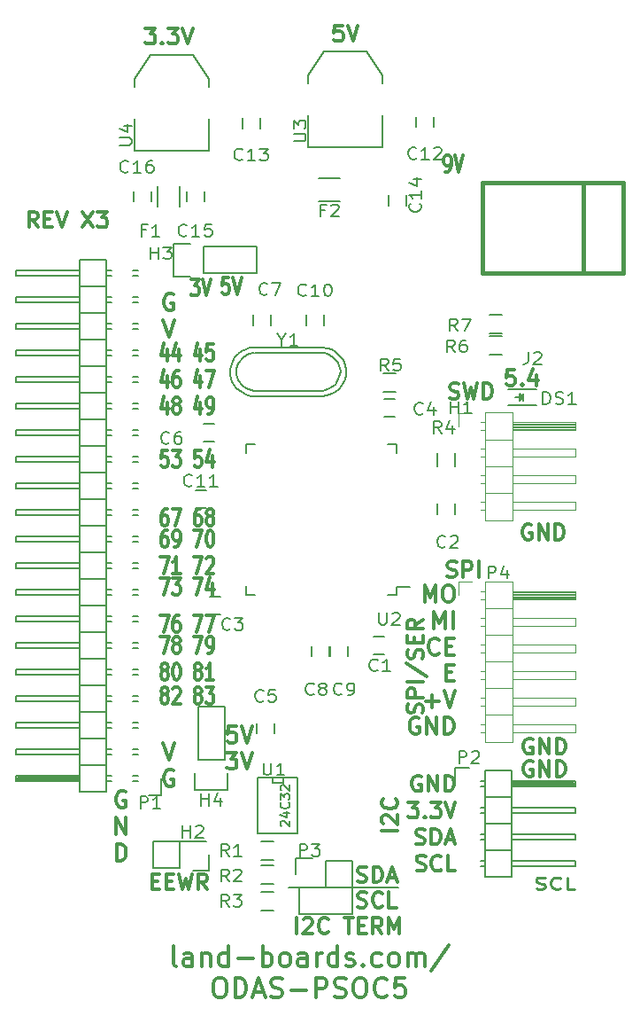
<source format=gbr>
G04 #@! TF.FileFunction,Legend,Top*
%FSLAX46Y46*%
G04 Gerber Fmt 4.6, Leading zero omitted, Abs format (unit mm)*
G04 Created by KiCad (PCBNEW (after 2015-mar-04 BZR unknown)-product) date 6/9/2017 2:32:57 PM*
%MOMM*%
G01*
G04 APERTURE LIST*
%ADD10C,0.100000*%
%ADD11C,0.300000*%
%ADD12C,0.200000*%
%ADD13C,0.285750*%
%ADD14C,0.349250*%
%ADD15C,0.150000*%
%ADD16C,0.127000*%
%ADD17C,0.381000*%
%ADD18C,0.203200*%
%ADD19C,0.120000*%
%ADD20C,0.190500*%
%ADD21C,0.152400*%
G04 APERTURE END LIST*
D10*
D11*
X49629143Y-76270286D02*
X49700571Y-76056000D01*
X49700571Y-75698857D01*
X49629143Y-75556000D01*
X49557714Y-75484571D01*
X49414857Y-75413143D01*
X49272000Y-75413143D01*
X49129143Y-75484571D01*
X49057714Y-75556000D01*
X48986286Y-75698857D01*
X48914857Y-75984571D01*
X48843429Y-76127429D01*
X48772000Y-76198857D01*
X48629143Y-76270286D01*
X48486286Y-76270286D01*
X48343429Y-76198857D01*
X48272000Y-76127429D01*
X48200571Y-75984571D01*
X48200571Y-75627429D01*
X48272000Y-75413143D01*
X49700571Y-74770286D02*
X48200571Y-74770286D01*
X48200571Y-74198858D01*
X48272000Y-74056000D01*
X48343429Y-73984572D01*
X48486286Y-73913143D01*
X48700571Y-73913143D01*
X48843429Y-73984572D01*
X48914857Y-74056000D01*
X48986286Y-74198858D01*
X48986286Y-74770286D01*
X49700571Y-73270286D02*
X48200571Y-73270286D01*
X48129143Y-71484572D02*
X50057714Y-72770286D01*
X49629143Y-71056000D02*
X49700571Y-70841714D01*
X49700571Y-70484571D01*
X49629143Y-70341714D01*
X49557714Y-70270285D01*
X49414857Y-70198857D01*
X49272000Y-70198857D01*
X49129143Y-70270285D01*
X49057714Y-70341714D01*
X48986286Y-70484571D01*
X48914857Y-70770285D01*
X48843429Y-70913143D01*
X48772000Y-70984571D01*
X48629143Y-71056000D01*
X48486286Y-71056000D01*
X48343429Y-70984571D01*
X48272000Y-70913143D01*
X48200571Y-70770285D01*
X48200571Y-70413143D01*
X48272000Y-70198857D01*
X48914857Y-69556000D02*
X48914857Y-69056000D01*
X49700571Y-68841714D02*
X49700571Y-69556000D01*
X48200571Y-69556000D01*
X48200571Y-68841714D01*
X49700571Y-67341714D02*
X48986286Y-67841714D01*
X49700571Y-68198857D02*
X48200571Y-68198857D01*
X48200571Y-67627429D01*
X48272000Y-67484571D01*
X48343429Y-67413143D01*
X48486286Y-67341714D01*
X48700571Y-67341714D01*
X48843429Y-67413143D01*
X48914857Y-67484571D01*
X48986286Y-67627429D01*
X48986286Y-68198857D01*
X47287571Y-87486714D02*
X45787571Y-87486714D01*
X45930429Y-86843857D02*
X45859000Y-86772428D01*
X45787571Y-86629571D01*
X45787571Y-86272428D01*
X45859000Y-86129571D01*
X45930429Y-86058142D01*
X46073286Y-85986714D01*
X46216143Y-85986714D01*
X46430429Y-86058142D01*
X47287571Y-86915285D01*
X47287571Y-85986714D01*
X47144714Y-84486714D02*
X47216143Y-84558143D01*
X47287571Y-84772429D01*
X47287571Y-84915286D01*
X47216143Y-85129571D01*
X47073286Y-85272429D01*
X46930429Y-85343857D01*
X46644714Y-85415286D01*
X46430429Y-85415286D01*
X46144714Y-85343857D01*
X46001857Y-85272429D01*
X45859000Y-85129571D01*
X45787571Y-84915286D01*
X45787571Y-84772429D01*
X45859000Y-84558143D01*
X45930429Y-84486714D01*
D12*
X43688000Y-92964000D02*
X47371000Y-92964000D01*
D13*
X60531857Y-93045643D02*
X60746143Y-93100071D01*
X61103286Y-93100071D01*
X61246143Y-93045643D01*
X61317572Y-92991214D01*
X61389000Y-92882357D01*
X61389000Y-92773500D01*
X61317572Y-92664643D01*
X61246143Y-92610214D01*
X61103286Y-92555786D01*
X60817572Y-92501357D01*
X60674714Y-92446929D01*
X60603286Y-92392500D01*
X60531857Y-92283643D01*
X60531857Y-92174786D01*
X60603286Y-92065929D01*
X60674714Y-92011500D01*
X60817572Y-91957071D01*
X61174714Y-91957071D01*
X61389000Y-92011500D01*
X62889000Y-92991214D02*
X62817571Y-93045643D01*
X62603285Y-93100071D01*
X62460428Y-93100071D01*
X62246143Y-93045643D01*
X62103285Y-92936786D01*
X62031857Y-92827929D01*
X61960428Y-92610214D01*
X61960428Y-92446929D01*
X62031857Y-92229214D01*
X62103285Y-92120357D01*
X62246143Y-92011500D01*
X62460428Y-91957071D01*
X62603285Y-91957071D01*
X62817571Y-92011500D01*
X62889000Y-92065929D01*
X64246143Y-93100071D02*
X63531857Y-93100071D01*
X63531857Y-91957071D01*
D11*
X60198428Y-80911000D02*
X60055571Y-80839571D01*
X59841285Y-80839571D01*
X59627000Y-80911000D01*
X59484142Y-81053857D01*
X59412714Y-81196714D01*
X59341285Y-81482429D01*
X59341285Y-81696714D01*
X59412714Y-81982429D01*
X59484142Y-82125286D01*
X59627000Y-82268143D01*
X59841285Y-82339571D01*
X59984142Y-82339571D01*
X60198428Y-82268143D01*
X60269857Y-82196714D01*
X60269857Y-81696714D01*
X59984142Y-81696714D01*
X60912714Y-82339571D02*
X60912714Y-80839571D01*
X61769857Y-82339571D01*
X61769857Y-80839571D01*
X62484143Y-82339571D02*
X62484143Y-80839571D01*
X62841286Y-80839571D01*
X63055571Y-80911000D01*
X63198429Y-81053857D01*
X63269857Y-81196714D01*
X63341286Y-81482429D01*
X63341286Y-81696714D01*
X63269857Y-81982429D01*
X63198429Y-82125286D01*
X63055571Y-82268143D01*
X62841286Y-82339571D01*
X62484143Y-82339571D01*
X60198428Y-78752000D02*
X60055571Y-78680571D01*
X59841285Y-78680571D01*
X59627000Y-78752000D01*
X59484142Y-78894857D01*
X59412714Y-79037714D01*
X59341285Y-79323429D01*
X59341285Y-79537714D01*
X59412714Y-79823429D01*
X59484142Y-79966286D01*
X59627000Y-80109143D01*
X59841285Y-80180571D01*
X59984142Y-80180571D01*
X60198428Y-80109143D01*
X60269857Y-80037714D01*
X60269857Y-79537714D01*
X59984142Y-79537714D01*
X60912714Y-80180571D02*
X60912714Y-78680571D01*
X61769857Y-80180571D01*
X61769857Y-78680571D01*
X62484143Y-80180571D02*
X62484143Y-78680571D01*
X62841286Y-78680571D01*
X63055571Y-78752000D01*
X63198429Y-78894857D01*
X63269857Y-79037714D01*
X63341286Y-79323429D01*
X63341286Y-79537714D01*
X63269857Y-79823429D01*
X63198429Y-79966286D01*
X63055571Y-80109143D01*
X62841286Y-80180571D01*
X62484143Y-80180571D01*
X58475429Y-43501571D02*
X57761143Y-43501571D01*
X57689714Y-44215857D01*
X57761143Y-44144429D01*
X57904000Y-44073000D01*
X58261143Y-44073000D01*
X58404000Y-44144429D01*
X58475429Y-44215857D01*
X58546857Y-44358714D01*
X58546857Y-44715857D01*
X58475429Y-44858714D01*
X58404000Y-44930143D01*
X58261143Y-45001571D01*
X57904000Y-45001571D01*
X57761143Y-44930143D01*
X57689714Y-44858714D01*
X59189714Y-44858714D02*
X59261142Y-44930143D01*
X59189714Y-45001571D01*
X59118285Y-44930143D01*
X59189714Y-44858714D01*
X59189714Y-45001571D01*
X60546857Y-44001571D02*
X60546857Y-45001571D01*
X60189714Y-43430143D02*
X59832571Y-44501571D01*
X60761143Y-44501571D01*
X52284857Y-46200143D02*
X52499143Y-46271571D01*
X52856286Y-46271571D01*
X52999143Y-46200143D01*
X53070572Y-46128714D01*
X53142000Y-45985857D01*
X53142000Y-45843000D01*
X53070572Y-45700143D01*
X52999143Y-45628714D01*
X52856286Y-45557286D01*
X52570572Y-45485857D01*
X52427714Y-45414429D01*
X52356286Y-45343000D01*
X52284857Y-45200143D01*
X52284857Y-45057286D01*
X52356286Y-44914429D01*
X52427714Y-44843000D01*
X52570572Y-44771571D01*
X52927714Y-44771571D01*
X53142000Y-44843000D01*
X53642000Y-44771571D02*
X53999143Y-46271571D01*
X54284857Y-45200143D01*
X54570571Y-46271571D01*
X54927714Y-44771571D01*
X55499143Y-46271571D02*
X55499143Y-44771571D01*
X55856286Y-44771571D01*
X56070571Y-44843000D01*
X56213429Y-44985857D01*
X56284857Y-45128714D01*
X56356286Y-45414429D01*
X56356286Y-45628714D01*
X56284857Y-45914429D01*
X56213429Y-46057286D01*
X56070571Y-46200143D01*
X55856286Y-46271571D01*
X55499143Y-46271571D01*
X60071428Y-58305000D02*
X59928571Y-58233571D01*
X59714285Y-58233571D01*
X59500000Y-58305000D01*
X59357142Y-58447857D01*
X59285714Y-58590714D01*
X59214285Y-58876429D01*
X59214285Y-59090714D01*
X59285714Y-59376429D01*
X59357142Y-59519286D01*
X59500000Y-59662143D01*
X59714285Y-59733571D01*
X59857142Y-59733571D01*
X60071428Y-59662143D01*
X60142857Y-59590714D01*
X60142857Y-59090714D01*
X59857142Y-59090714D01*
X60785714Y-59733571D02*
X60785714Y-58233571D01*
X61642857Y-59733571D01*
X61642857Y-58233571D01*
X62357143Y-59733571D02*
X62357143Y-58233571D01*
X62714286Y-58233571D01*
X62928571Y-58305000D01*
X63071429Y-58447857D01*
X63142857Y-58590714D01*
X63214286Y-58876429D01*
X63214286Y-59090714D01*
X63142857Y-59376429D01*
X63071429Y-59519286D01*
X62928571Y-59662143D01*
X62714286Y-59733571D01*
X62357143Y-59733571D01*
X49530428Y-82308000D02*
X49387571Y-82236571D01*
X49173285Y-82236571D01*
X48959000Y-82308000D01*
X48816142Y-82450857D01*
X48744714Y-82593714D01*
X48673285Y-82879429D01*
X48673285Y-83093714D01*
X48744714Y-83379429D01*
X48816142Y-83522286D01*
X48959000Y-83665143D01*
X49173285Y-83736571D01*
X49316142Y-83736571D01*
X49530428Y-83665143D01*
X49601857Y-83593714D01*
X49601857Y-83093714D01*
X49316142Y-83093714D01*
X50244714Y-83736571D02*
X50244714Y-82236571D01*
X51101857Y-83736571D01*
X51101857Y-82236571D01*
X51816143Y-83736571D02*
X51816143Y-82236571D01*
X52173286Y-82236571D01*
X52387571Y-82308000D01*
X52530429Y-82450857D01*
X52601857Y-82593714D01*
X52673286Y-82879429D01*
X52673286Y-83093714D01*
X52601857Y-83379429D01*
X52530429Y-83522286D01*
X52387571Y-83665143D01*
X52173286Y-83736571D01*
X51816143Y-83736571D01*
X48316144Y-84776571D02*
X49244715Y-84776571D01*
X48744715Y-85348000D01*
X48959001Y-85348000D01*
X49101858Y-85419429D01*
X49173287Y-85490857D01*
X49244715Y-85633714D01*
X49244715Y-85990857D01*
X49173287Y-86133714D01*
X49101858Y-86205143D01*
X48959001Y-86276571D01*
X48530429Y-86276571D01*
X48387572Y-86205143D01*
X48316144Y-86133714D01*
X49887572Y-86133714D02*
X49959000Y-86205143D01*
X49887572Y-86276571D01*
X49816143Y-86205143D01*
X49887572Y-86133714D01*
X49887572Y-86276571D01*
X50459001Y-84776571D02*
X51387572Y-84776571D01*
X50887572Y-85348000D01*
X51101858Y-85348000D01*
X51244715Y-85419429D01*
X51316144Y-85490857D01*
X51387572Y-85633714D01*
X51387572Y-85990857D01*
X51316144Y-86133714D01*
X51244715Y-86205143D01*
X51101858Y-86276571D01*
X50673286Y-86276571D01*
X50530429Y-86205143D01*
X50459001Y-86133714D01*
X51816143Y-84776571D02*
X52316143Y-86276571D01*
X52816143Y-84776571D01*
X49030429Y-88745143D02*
X49244715Y-88816571D01*
X49601858Y-88816571D01*
X49744715Y-88745143D01*
X49816144Y-88673714D01*
X49887572Y-88530857D01*
X49887572Y-88388000D01*
X49816144Y-88245143D01*
X49744715Y-88173714D01*
X49601858Y-88102286D01*
X49316144Y-88030857D01*
X49173286Y-87959429D01*
X49101858Y-87888000D01*
X49030429Y-87745143D01*
X49030429Y-87602286D01*
X49101858Y-87459429D01*
X49173286Y-87388000D01*
X49316144Y-87316571D01*
X49673286Y-87316571D01*
X49887572Y-87388000D01*
X50530429Y-88816571D02*
X50530429Y-87316571D01*
X50887572Y-87316571D01*
X51101857Y-87388000D01*
X51244715Y-87530857D01*
X51316143Y-87673714D01*
X51387572Y-87959429D01*
X51387572Y-88173714D01*
X51316143Y-88459429D01*
X51244715Y-88602286D01*
X51101857Y-88745143D01*
X50887572Y-88816571D01*
X50530429Y-88816571D01*
X51959000Y-88388000D02*
X52673286Y-88388000D01*
X51816143Y-88816571D02*
X52316143Y-87316571D01*
X52816143Y-88816571D01*
X43465714Y-92371143D02*
X43680000Y-92442571D01*
X44037143Y-92442571D01*
X44180000Y-92371143D01*
X44251429Y-92299714D01*
X44322857Y-92156857D01*
X44322857Y-92014000D01*
X44251429Y-91871143D01*
X44180000Y-91799714D01*
X44037143Y-91728286D01*
X43751429Y-91656857D01*
X43608571Y-91585429D01*
X43537143Y-91514000D01*
X43465714Y-91371143D01*
X43465714Y-91228286D01*
X43537143Y-91085429D01*
X43608571Y-91014000D01*
X43751429Y-90942571D01*
X44108571Y-90942571D01*
X44322857Y-91014000D01*
X44965714Y-92442571D02*
X44965714Y-90942571D01*
X45322857Y-90942571D01*
X45537142Y-91014000D01*
X45680000Y-91156857D01*
X45751428Y-91299714D01*
X45822857Y-91585429D01*
X45822857Y-91799714D01*
X45751428Y-92085429D01*
X45680000Y-92228286D01*
X45537142Y-92371143D01*
X45322857Y-92442571D01*
X44965714Y-92442571D01*
X46394285Y-92014000D02*
X47108571Y-92014000D01*
X46251428Y-92442571D02*
X46751428Y-90942571D01*
X47251428Y-92442571D01*
X43465714Y-94771143D02*
X43680000Y-94842571D01*
X44037143Y-94842571D01*
X44180000Y-94771143D01*
X44251429Y-94699714D01*
X44322857Y-94556857D01*
X44322857Y-94414000D01*
X44251429Y-94271143D01*
X44180000Y-94199714D01*
X44037143Y-94128286D01*
X43751429Y-94056857D01*
X43608571Y-93985429D01*
X43537143Y-93914000D01*
X43465714Y-93771143D01*
X43465714Y-93628286D01*
X43537143Y-93485429D01*
X43608571Y-93414000D01*
X43751429Y-93342571D01*
X44108571Y-93342571D01*
X44322857Y-93414000D01*
X45822857Y-94699714D02*
X45751428Y-94771143D01*
X45537142Y-94842571D01*
X45394285Y-94842571D01*
X45180000Y-94771143D01*
X45037142Y-94628286D01*
X44965714Y-94485429D01*
X44894285Y-94199714D01*
X44894285Y-93985429D01*
X44965714Y-93699714D01*
X45037142Y-93556857D01*
X45180000Y-93414000D01*
X45394285Y-93342571D01*
X45537142Y-93342571D01*
X45751428Y-93414000D01*
X45822857Y-93485429D01*
X47180000Y-94842571D02*
X46465714Y-94842571D01*
X46465714Y-93342571D01*
X51835143Y-24594155D02*
X52063715Y-24594155D01*
X52178000Y-24518560D01*
X52235143Y-24442964D01*
X52349429Y-24216179D01*
X52406572Y-23913798D01*
X52406572Y-23309036D01*
X52349429Y-23157845D01*
X52292286Y-23082250D01*
X52178000Y-23006655D01*
X51949429Y-23006655D01*
X51835143Y-23082250D01*
X51778000Y-23157845D01*
X51720857Y-23309036D01*
X51720857Y-23687012D01*
X51778000Y-23838202D01*
X51835143Y-23913798D01*
X51949429Y-23989393D01*
X52178000Y-23989393D01*
X52292286Y-23913798D01*
X52349429Y-23838202D01*
X52406572Y-23687012D01*
X52749429Y-23006655D02*
X53149429Y-24594155D01*
X53549429Y-23006655D01*
X27533715Y-34817655D02*
X28276572Y-34817655D01*
X27876572Y-35422417D01*
X28048000Y-35422417D01*
X28162286Y-35498012D01*
X28219429Y-35573607D01*
X28276572Y-35724798D01*
X28276572Y-36102774D01*
X28219429Y-36253964D01*
X28162286Y-36329560D01*
X28048000Y-36405155D01*
X27705143Y-36405155D01*
X27590857Y-36329560D01*
X27533715Y-36253964D01*
X28619429Y-34817655D02*
X29019429Y-36405155D01*
X29419429Y-34817655D01*
X31140429Y-34690655D02*
X30569000Y-34690655D01*
X30511857Y-35446607D01*
X30569000Y-35371012D01*
X30683286Y-35295417D01*
X30969000Y-35295417D01*
X31083286Y-35371012D01*
X31140429Y-35446607D01*
X31197572Y-35597798D01*
X31197572Y-35975774D01*
X31140429Y-36126964D01*
X31083286Y-36202560D01*
X30969000Y-36278155D01*
X30683286Y-36278155D01*
X30569000Y-36202560D01*
X30511857Y-36126964D01*
X31540429Y-34690655D02*
X31940429Y-36278155D01*
X32340429Y-34690655D01*
X21243774Y-83805750D02*
X21092583Y-83730155D01*
X20865798Y-83730155D01*
X20639012Y-83805750D01*
X20487821Y-83956940D01*
X20412226Y-84108131D01*
X20336631Y-84410512D01*
X20336631Y-84637298D01*
X20412226Y-84939679D01*
X20487821Y-85090869D01*
X20639012Y-85242060D01*
X20865798Y-85317655D01*
X21016988Y-85317655D01*
X21243774Y-85242060D01*
X21319369Y-85166464D01*
X21319369Y-84637298D01*
X21016988Y-84637298D01*
X20374429Y-87840155D02*
X20374429Y-86252655D01*
X21281572Y-87840155D01*
X21281572Y-86252655D01*
X20412226Y-90362655D02*
X20412226Y-88775155D01*
X20790202Y-88775155D01*
X21016988Y-88850750D01*
X21168179Y-89001940D01*
X21243774Y-89153131D01*
X21319369Y-89455512D01*
X21319369Y-89682298D01*
X21243774Y-89984679D01*
X21168179Y-90135869D01*
X21016988Y-90287060D01*
X20790202Y-90362655D01*
X20412226Y-90362655D01*
X31828620Y-77498405D02*
X31072667Y-77498405D01*
X30997072Y-78254357D01*
X31072667Y-78178762D01*
X31223858Y-78103167D01*
X31601834Y-78103167D01*
X31753024Y-78178762D01*
X31828620Y-78254357D01*
X31904215Y-78405548D01*
X31904215Y-78783524D01*
X31828620Y-78934714D01*
X31753024Y-79010310D01*
X31601834Y-79085905D01*
X31223858Y-79085905D01*
X31072667Y-79010310D01*
X30997072Y-78934714D01*
X32357786Y-77498405D02*
X32886953Y-79085905D01*
X33416120Y-77498405D01*
X30921477Y-80020905D02*
X31904215Y-80020905D01*
X31375048Y-80625667D01*
X31601834Y-80625667D01*
X31753024Y-80701262D01*
X31828620Y-80776857D01*
X31904215Y-80928048D01*
X31904215Y-81306024D01*
X31828620Y-81457214D01*
X31753024Y-81532810D01*
X31601834Y-81608405D01*
X31148262Y-81608405D01*
X30997072Y-81532810D01*
X30921477Y-81457214D01*
X32357786Y-80020905D02*
X32886953Y-81608405D01*
X33416120Y-80020905D01*
X24892286Y-74487012D02*
X24778000Y-74411417D01*
X24720857Y-74335821D01*
X24663714Y-74184631D01*
X24663714Y-74109036D01*
X24720857Y-73957845D01*
X24778000Y-73882250D01*
X24892286Y-73806655D01*
X25120857Y-73806655D01*
X25235143Y-73882250D01*
X25292286Y-73957845D01*
X25349429Y-74109036D01*
X25349429Y-74184631D01*
X25292286Y-74335821D01*
X25235143Y-74411417D01*
X25120857Y-74487012D01*
X24892286Y-74487012D01*
X24778000Y-74562607D01*
X24720857Y-74638202D01*
X24663714Y-74789393D01*
X24663714Y-75091774D01*
X24720857Y-75242964D01*
X24778000Y-75318560D01*
X24892286Y-75394155D01*
X25120857Y-75394155D01*
X25235143Y-75318560D01*
X25292286Y-75242964D01*
X25349429Y-75091774D01*
X25349429Y-74789393D01*
X25292286Y-74638202D01*
X25235143Y-74562607D01*
X25120857Y-74487012D01*
X25806571Y-73957845D02*
X25863714Y-73882250D01*
X25978000Y-73806655D01*
X26263714Y-73806655D01*
X26378000Y-73882250D01*
X26435143Y-73957845D01*
X26492286Y-74109036D01*
X26492286Y-74260226D01*
X26435143Y-74487012D01*
X25749429Y-75394155D01*
X26492286Y-75394155D01*
X28092286Y-74487012D02*
X27978000Y-74411417D01*
X27920857Y-74335821D01*
X27863714Y-74184631D01*
X27863714Y-74109036D01*
X27920857Y-73957845D01*
X27978000Y-73882250D01*
X28092286Y-73806655D01*
X28320857Y-73806655D01*
X28435143Y-73882250D01*
X28492286Y-73957845D01*
X28549429Y-74109036D01*
X28549429Y-74184631D01*
X28492286Y-74335821D01*
X28435143Y-74411417D01*
X28320857Y-74487012D01*
X28092286Y-74487012D01*
X27978000Y-74562607D01*
X27920857Y-74638202D01*
X27863714Y-74789393D01*
X27863714Y-75091774D01*
X27920857Y-75242964D01*
X27978000Y-75318560D01*
X28092286Y-75394155D01*
X28320857Y-75394155D01*
X28435143Y-75318560D01*
X28492286Y-75242964D01*
X28549429Y-75091774D01*
X28549429Y-74789393D01*
X28492286Y-74638202D01*
X28435143Y-74562607D01*
X28320857Y-74487012D01*
X28949429Y-73806655D02*
X29692286Y-73806655D01*
X29292286Y-74411417D01*
X29463714Y-74411417D01*
X29578000Y-74487012D01*
X29635143Y-74562607D01*
X29692286Y-74713798D01*
X29692286Y-75091774D01*
X29635143Y-75242964D01*
X29578000Y-75318560D01*
X29463714Y-75394155D01*
X29120857Y-75394155D01*
X29006571Y-75318560D01*
X28949429Y-75242964D01*
X24892286Y-72201012D02*
X24778000Y-72125417D01*
X24720857Y-72049821D01*
X24663714Y-71898631D01*
X24663714Y-71823036D01*
X24720857Y-71671845D01*
X24778000Y-71596250D01*
X24892286Y-71520655D01*
X25120857Y-71520655D01*
X25235143Y-71596250D01*
X25292286Y-71671845D01*
X25349429Y-71823036D01*
X25349429Y-71898631D01*
X25292286Y-72049821D01*
X25235143Y-72125417D01*
X25120857Y-72201012D01*
X24892286Y-72201012D01*
X24778000Y-72276607D01*
X24720857Y-72352202D01*
X24663714Y-72503393D01*
X24663714Y-72805774D01*
X24720857Y-72956964D01*
X24778000Y-73032560D01*
X24892286Y-73108155D01*
X25120857Y-73108155D01*
X25235143Y-73032560D01*
X25292286Y-72956964D01*
X25349429Y-72805774D01*
X25349429Y-72503393D01*
X25292286Y-72352202D01*
X25235143Y-72276607D01*
X25120857Y-72201012D01*
X26092286Y-71520655D02*
X26206571Y-71520655D01*
X26320857Y-71596250D01*
X26378000Y-71671845D01*
X26435143Y-71823036D01*
X26492286Y-72125417D01*
X26492286Y-72503393D01*
X26435143Y-72805774D01*
X26378000Y-72956964D01*
X26320857Y-73032560D01*
X26206571Y-73108155D01*
X26092286Y-73108155D01*
X25978000Y-73032560D01*
X25920857Y-72956964D01*
X25863714Y-72805774D01*
X25806571Y-72503393D01*
X25806571Y-72125417D01*
X25863714Y-71823036D01*
X25920857Y-71671845D01*
X25978000Y-71596250D01*
X26092286Y-71520655D01*
X28092286Y-72201012D02*
X27978000Y-72125417D01*
X27920857Y-72049821D01*
X27863714Y-71898631D01*
X27863714Y-71823036D01*
X27920857Y-71671845D01*
X27978000Y-71596250D01*
X28092286Y-71520655D01*
X28320857Y-71520655D01*
X28435143Y-71596250D01*
X28492286Y-71671845D01*
X28549429Y-71823036D01*
X28549429Y-71898631D01*
X28492286Y-72049821D01*
X28435143Y-72125417D01*
X28320857Y-72201012D01*
X28092286Y-72201012D01*
X27978000Y-72276607D01*
X27920857Y-72352202D01*
X27863714Y-72503393D01*
X27863714Y-72805774D01*
X27920857Y-72956964D01*
X27978000Y-73032560D01*
X28092286Y-73108155D01*
X28320857Y-73108155D01*
X28435143Y-73032560D01*
X28492286Y-72956964D01*
X28549429Y-72805774D01*
X28549429Y-72503393D01*
X28492286Y-72352202D01*
X28435143Y-72276607D01*
X28320857Y-72201012D01*
X29692286Y-73108155D02*
X29006571Y-73108155D01*
X29349429Y-73108155D02*
X29349429Y-71520655D01*
X29235143Y-71747440D01*
X29120857Y-71898631D01*
X29006571Y-71974226D01*
X24606572Y-68980655D02*
X25406572Y-68980655D01*
X24892286Y-70568155D01*
X26035143Y-69661012D02*
X25920857Y-69585417D01*
X25863714Y-69509821D01*
X25806571Y-69358631D01*
X25806571Y-69283036D01*
X25863714Y-69131845D01*
X25920857Y-69056250D01*
X26035143Y-68980655D01*
X26263714Y-68980655D01*
X26378000Y-69056250D01*
X26435143Y-69131845D01*
X26492286Y-69283036D01*
X26492286Y-69358631D01*
X26435143Y-69509821D01*
X26378000Y-69585417D01*
X26263714Y-69661012D01*
X26035143Y-69661012D01*
X25920857Y-69736607D01*
X25863714Y-69812202D01*
X25806571Y-69963393D01*
X25806571Y-70265774D01*
X25863714Y-70416964D01*
X25920857Y-70492560D01*
X26035143Y-70568155D01*
X26263714Y-70568155D01*
X26378000Y-70492560D01*
X26435143Y-70416964D01*
X26492286Y-70265774D01*
X26492286Y-69963393D01*
X26435143Y-69812202D01*
X26378000Y-69736607D01*
X26263714Y-69661012D01*
X27806572Y-68980655D02*
X28606572Y-68980655D01*
X28092286Y-70568155D01*
X29120857Y-70568155D02*
X29349429Y-70568155D01*
X29463714Y-70492560D01*
X29520857Y-70416964D01*
X29635143Y-70190179D01*
X29692286Y-69887798D01*
X29692286Y-69283036D01*
X29635143Y-69131845D01*
X29578000Y-69056250D01*
X29463714Y-68980655D01*
X29235143Y-68980655D01*
X29120857Y-69056250D01*
X29063714Y-69131845D01*
X29006571Y-69283036D01*
X29006571Y-69661012D01*
X29063714Y-69812202D01*
X29120857Y-69887798D01*
X29235143Y-69963393D01*
X29463714Y-69963393D01*
X29578000Y-69887798D01*
X29635143Y-69812202D01*
X29692286Y-69661012D01*
X24606572Y-66948655D02*
X25406572Y-66948655D01*
X24892286Y-68536155D01*
X26378000Y-66948655D02*
X26149429Y-66948655D01*
X26035143Y-67024250D01*
X25978000Y-67099845D01*
X25863714Y-67326631D01*
X25806571Y-67629012D01*
X25806571Y-68233774D01*
X25863714Y-68384964D01*
X25920857Y-68460560D01*
X26035143Y-68536155D01*
X26263714Y-68536155D01*
X26378000Y-68460560D01*
X26435143Y-68384964D01*
X26492286Y-68233774D01*
X26492286Y-67855798D01*
X26435143Y-67704607D01*
X26378000Y-67629012D01*
X26263714Y-67553417D01*
X26035143Y-67553417D01*
X25920857Y-67629012D01*
X25863714Y-67704607D01*
X25806571Y-67855798D01*
X27806572Y-66948655D02*
X28606572Y-66948655D01*
X28092286Y-68536155D01*
X28949429Y-66948655D02*
X29749429Y-66948655D01*
X29235143Y-68536155D01*
X24606572Y-63392655D02*
X25406572Y-63392655D01*
X24892286Y-64980155D01*
X25749429Y-63392655D02*
X26492286Y-63392655D01*
X26092286Y-63997417D01*
X26263714Y-63997417D01*
X26378000Y-64073012D01*
X26435143Y-64148607D01*
X26492286Y-64299798D01*
X26492286Y-64677774D01*
X26435143Y-64828964D01*
X26378000Y-64904560D01*
X26263714Y-64980155D01*
X25920857Y-64980155D01*
X25806571Y-64904560D01*
X25749429Y-64828964D01*
X27806572Y-63392655D02*
X28606572Y-63392655D01*
X28092286Y-64980155D01*
X29578000Y-63921821D02*
X29578000Y-64980155D01*
X29292286Y-63317060D02*
X29006571Y-64450988D01*
X29749429Y-64450988D01*
X24606572Y-61360655D02*
X25406572Y-61360655D01*
X24892286Y-62948155D01*
X26492286Y-62948155D02*
X25806571Y-62948155D01*
X26149429Y-62948155D02*
X26149429Y-61360655D01*
X26035143Y-61587440D01*
X25920857Y-61738631D01*
X25806571Y-61814226D01*
X27806572Y-61360655D02*
X28606572Y-61360655D01*
X28092286Y-62948155D01*
X29006571Y-61511845D02*
X29063714Y-61436250D01*
X29178000Y-61360655D01*
X29463714Y-61360655D01*
X29578000Y-61436250D01*
X29635143Y-61511845D01*
X29692286Y-61663036D01*
X29692286Y-61814226D01*
X29635143Y-62041012D01*
X28949429Y-62948155D01*
X29692286Y-62948155D01*
X25235143Y-58820655D02*
X25006572Y-58820655D01*
X24892286Y-58896250D01*
X24835143Y-58971845D01*
X24720857Y-59198631D01*
X24663714Y-59501012D01*
X24663714Y-60105774D01*
X24720857Y-60256964D01*
X24778000Y-60332560D01*
X24892286Y-60408155D01*
X25120857Y-60408155D01*
X25235143Y-60332560D01*
X25292286Y-60256964D01*
X25349429Y-60105774D01*
X25349429Y-59727798D01*
X25292286Y-59576607D01*
X25235143Y-59501012D01*
X25120857Y-59425417D01*
X24892286Y-59425417D01*
X24778000Y-59501012D01*
X24720857Y-59576607D01*
X24663714Y-59727798D01*
X25920857Y-60408155D02*
X26149429Y-60408155D01*
X26263714Y-60332560D01*
X26320857Y-60256964D01*
X26435143Y-60030179D01*
X26492286Y-59727798D01*
X26492286Y-59123036D01*
X26435143Y-58971845D01*
X26378000Y-58896250D01*
X26263714Y-58820655D01*
X26035143Y-58820655D01*
X25920857Y-58896250D01*
X25863714Y-58971845D01*
X25806571Y-59123036D01*
X25806571Y-59501012D01*
X25863714Y-59652202D01*
X25920857Y-59727798D01*
X26035143Y-59803393D01*
X26263714Y-59803393D01*
X26378000Y-59727798D01*
X26435143Y-59652202D01*
X26492286Y-59501012D01*
X27806572Y-58820655D02*
X28606572Y-58820655D01*
X28092286Y-60408155D01*
X29292286Y-58820655D02*
X29406571Y-58820655D01*
X29520857Y-58896250D01*
X29578000Y-58971845D01*
X29635143Y-59123036D01*
X29692286Y-59425417D01*
X29692286Y-59803393D01*
X29635143Y-60105774D01*
X29578000Y-60256964D01*
X29520857Y-60332560D01*
X29406571Y-60408155D01*
X29292286Y-60408155D01*
X29178000Y-60332560D01*
X29120857Y-60256964D01*
X29063714Y-60105774D01*
X29006571Y-59803393D01*
X29006571Y-59425417D01*
X29063714Y-59123036D01*
X29120857Y-58971845D01*
X29178000Y-58896250D01*
X29292286Y-58820655D01*
X25235143Y-56788655D02*
X25006572Y-56788655D01*
X24892286Y-56864250D01*
X24835143Y-56939845D01*
X24720857Y-57166631D01*
X24663714Y-57469012D01*
X24663714Y-58073774D01*
X24720857Y-58224964D01*
X24778000Y-58300560D01*
X24892286Y-58376155D01*
X25120857Y-58376155D01*
X25235143Y-58300560D01*
X25292286Y-58224964D01*
X25349429Y-58073774D01*
X25349429Y-57695798D01*
X25292286Y-57544607D01*
X25235143Y-57469012D01*
X25120857Y-57393417D01*
X24892286Y-57393417D01*
X24778000Y-57469012D01*
X24720857Y-57544607D01*
X24663714Y-57695798D01*
X25749429Y-56788655D02*
X26549429Y-56788655D01*
X26035143Y-58376155D01*
X28435143Y-56788655D02*
X28206572Y-56788655D01*
X28092286Y-56864250D01*
X28035143Y-56939845D01*
X27920857Y-57166631D01*
X27863714Y-57469012D01*
X27863714Y-58073774D01*
X27920857Y-58224964D01*
X27978000Y-58300560D01*
X28092286Y-58376155D01*
X28320857Y-58376155D01*
X28435143Y-58300560D01*
X28492286Y-58224964D01*
X28549429Y-58073774D01*
X28549429Y-57695798D01*
X28492286Y-57544607D01*
X28435143Y-57469012D01*
X28320857Y-57393417D01*
X28092286Y-57393417D01*
X27978000Y-57469012D01*
X27920857Y-57544607D01*
X27863714Y-57695798D01*
X29235143Y-57469012D02*
X29120857Y-57393417D01*
X29063714Y-57317821D01*
X29006571Y-57166631D01*
X29006571Y-57091036D01*
X29063714Y-56939845D01*
X29120857Y-56864250D01*
X29235143Y-56788655D01*
X29463714Y-56788655D01*
X29578000Y-56864250D01*
X29635143Y-56939845D01*
X29692286Y-57091036D01*
X29692286Y-57166631D01*
X29635143Y-57317821D01*
X29578000Y-57393417D01*
X29463714Y-57469012D01*
X29235143Y-57469012D01*
X29120857Y-57544607D01*
X29063714Y-57620202D01*
X29006571Y-57771393D01*
X29006571Y-58073774D01*
X29063714Y-58224964D01*
X29120857Y-58300560D01*
X29235143Y-58376155D01*
X29463714Y-58376155D01*
X29578000Y-58300560D01*
X29635143Y-58224964D01*
X29692286Y-58073774D01*
X29692286Y-57771393D01*
X29635143Y-57620202D01*
X29578000Y-57544607D01*
X29463714Y-57469012D01*
X25292286Y-51200655D02*
X24720857Y-51200655D01*
X24663714Y-51956607D01*
X24720857Y-51881012D01*
X24835143Y-51805417D01*
X25120857Y-51805417D01*
X25235143Y-51881012D01*
X25292286Y-51956607D01*
X25349429Y-52107798D01*
X25349429Y-52485774D01*
X25292286Y-52636964D01*
X25235143Y-52712560D01*
X25120857Y-52788155D01*
X24835143Y-52788155D01*
X24720857Y-52712560D01*
X24663714Y-52636964D01*
X25749429Y-51200655D02*
X26492286Y-51200655D01*
X26092286Y-51805417D01*
X26263714Y-51805417D01*
X26378000Y-51881012D01*
X26435143Y-51956607D01*
X26492286Y-52107798D01*
X26492286Y-52485774D01*
X26435143Y-52636964D01*
X26378000Y-52712560D01*
X26263714Y-52788155D01*
X25920857Y-52788155D01*
X25806571Y-52712560D01*
X25749429Y-52636964D01*
X28492286Y-51200655D02*
X27920857Y-51200655D01*
X27863714Y-51956607D01*
X27920857Y-51881012D01*
X28035143Y-51805417D01*
X28320857Y-51805417D01*
X28435143Y-51881012D01*
X28492286Y-51956607D01*
X28549429Y-52107798D01*
X28549429Y-52485774D01*
X28492286Y-52636964D01*
X28435143Y-52712560D01*
X28320857Y-52788155D01*
X28035143Y-52788155D01*
X27920857Y-52712560D01*
X27863714Y-52636964D01*
X29578000Y-51729821D02*
X29578000Y-52788155D01*
X29292286Y-51125060D02*
X29006571Y-52258988D01*
X29749429Y-52258988D01*
X25235143Y-46649821D02*
X25235143Y-47708155D01*
X24949429Y-46045060D02*
X24663714Y-47178988D01*
X25406572Y-47178988D01*
X26035143Y-46801012D02*
X25920857Y-46725417D01*
X25863714Y-46649821D01*
X25806571Y-46498631D01*
X25806571Y-46423036D01*
X25863714Y-46271845D01*
X25920857Y-46196250D01*
X26035143Y-46120655D01*
X26263714Y-46120655D01*
X26378000Y-46196250D01*
X26435143Y-46271845D01*
X26492286Y-46423036D01*
X26492286Y-46498631D01*
X26435143Y-46649821D01*
X26378000Y-46725417D01*
X26263714Y-46801012D01*
X26035143Y-46801012D01*
X25920857Y-46876607D01*
X25863714Y-46952202D01*
X25806571Y-47103393D01*
X25806571Y-47405774D01*
X25863714Y-47556964D01*
X25920857Y-47632560D01*
X26035143Y-47708155D01*
X26263714Y-47708155D01*
X26378000Y-47632560D01*
X26435143Y-47556964D01*
X26492286Y-47405774D01*
X26492286Y-47103393D01*
X26435143Y-46952202D01*
X26378000Y-46876607D01*
X26263714Y-46801012D01*
X28435143Y-46649821D02*
X28435143Y-47708155D01*
X28149429Y-46045060D02*
X27863714Y-47178988D01*
X28606572Y-47178988D01*
X29120857Y-47708155D02*
X29349429Y-47708155D01*
X29463714Y-47632560D01*
X29520857Y-47556964D01*
X29635143Y-47330179D01*
X29692286Y-47027798D01*
X29692286Y-46423036D01*
X29635143Y-46271845D01*
X29578000Y-46196250D01*
X29463714Y-46120655D01*
X29235143Y-46120655D01*
X29120857Y-46196250D01*
X29063714Y-46271845D01*
X29006571Y-46423036D01*
X29006571Y-46801012D01*
X29063714Y-46952202D01*
X29120857Y-47027798D01*
X29235143Y-47103393D01*
X29463714Y-47103393D01*
X29578000Y-47027798D01*
X29635143Y-46952202D01*
X29692286Y-46801012D01*
X25235143Y-44109821D02*
X25235143Y-45168155D01*
X24949429Y-43505060D02*
X24663714Y-44638988D01*
X25406572Y-44638988D01*
X26378000Y-43580655D02*
X26149429Y-43580655D01*
X26035143Y-43656250D01*
X25978000Y-43731845D01*
X25863714Y-43958631D01*
X25806571Y-44261012D01*
X25806571Y-44865774D01*
X25863714Y-45016964D01*
X25920857Y-45092560D01*
X26035143Y-45168155D01*
X26263714Y-45168155D01*
X26378000Y-45092560D01*
X26435143Y-45016964D01*
X26492286Y-44865774D01*
X26492286Y-44487798D01*
X26435143Y-44336607D01*
X26378000Y-44261012D01*
X26263714Y-44185417D01*
X26035143Y-44185417D01*
X25920857Y-44261012D01*
X25863714Y-44336607D01*
X25806571Y-44487798D01*
X28435143Y-44109821D02*
X28435143Y-45168155D01*
X28149429Y-43505060D02*
X27863714Y-44638988D01*
X28606572Y-44638988D01*
X28949429Y-43580655D02*
X29749429Y-43580655D01*
X29235143Y-45168155D01*
X25235143Y-41569821D02*
X25235143Y-42628155D01*
X24949429Y-40965060D02*
X24663714Y-42098988D01*
X25406572Y-42098988D01*
X26378000Y-41569821D02*
X26378000Y-42628155D01*
X26092286Y-40965060D02*
X25806571Y-42098988D01*
X26549429Y-42098988D01*
X28435143Y-41569821D02*
X28435143Y-42628155D01*
X28149429Y-40965060D02*
X27863714Y-42098988D01*
X28606572Y-42098988D01*
X29635143Y-41040655D02*
X29063714Y-41040655D01*
X29006571Y-41796607D01*
X29063714Y-41721012D01*
X29178000Y-41645417D01*
X29463714Y-41645417D01*
X29578000Y-41721012D01*
X29635143Y-41796607D01*
X29692286Y-41947798D01*
X29692286Y-42325774D01*
X29635143Y-42476964D01*
X29578000Y-42552560D01*
X29463714Y-42628155D01*
X29178000Y-42628155D01*
X29063714Y-42552560D01*
X29006571Y-42476964D01*
D12*
X43688000Y-92964000D02*
X36830000Y-92964000D01*
D11*
X12890858Y-29888571D02*
X12390858Y-29174286D01*
X12033715Y-29888571D02*
X12033715Y-28388571D01*
X12605143Y-28388571D01*
X12748001Y-28460000D01*
X12819429Y-28531429D01*
X12890858Y-28674286D01*
X12890858Y-28888571D01*
X12819429Y-29031429D01*
X12748001Y-29102857D01*
X12605143Y-29174286D01*
X12033715Y-29174286D01*
X13533715Y-29102857D02*
X14033715Y-29102857D01*
X14248001Y-29888571D02*
X13533715Y-29888571D01*
X13533715Y-28388571D01*
X14248001Y-28388571D01*
X14676572Y-28388571D02*
X15176572Y-29888571D01*
X15676572Y-28388571D01*
X17176572Y-28388571D02*
X18176572Y-29888571D01*
X18176572Y-28388571D02*
X17176572Y-29888571D01*
X18605143Y-28388571D02*
X19533714Y-28388571D01*
X19033714Y-28960000D01*
X19248000Y-28960000D01*
X19390857Y-29031429D01*
X19462286Y-29102857D01*
X19533714Y-29245714D01*
X19533714Y-29602857D01*
X19462286Y-29745714D01*
X19390857Y-29817143D01*
X19248000Y-29888571D01*
X18819428Y-29888571D01*
X18676571Y-29817143D01*
X18605143Y-29745714D01*
X23185715Y-10862571D02*
X24114286Y-10862571D01*
X23614286Y-11434000D01*
X23828572Y-11434000D01*
X23971429Y-11505429D01*
X24042858Y-11576857D01*
X24114286Y-11719714D01*
X24114286Y-12076857D01*
X24042858Y-12219714D01*
X23971429Y-12291143D01*
X23828572Y-12362571D01*
X23400000Y-12362571D01*
X23257143Y-12291143D01*
X23185715Y-12219714D01*
X24757143Y-12219714D02*
X24828571Y-12291143D01*
X24757143Y-12362571D01*
X24685714Y-12291143D01*
X24757143Y-12219714D01*
X24757143Y-12362571D01*
X25328572Y-10862571D02*
X26257143Y-10862571D01*
X25757143Y-11434000D01*
X25971429Y-11434000D01*
X26114286Y-11505429D01*
X26185715Y-11576857D01*
X26257143Y-11719714D01*
X26257143Y-12076857D01*
X26185715Y-12219714D01*
X26114286Y-12291143D01*
X25971429Y-12362571D01*
X25542857Y-12362571D01*
X25400000Y-12291143D01*
X25328572Y-12219714D01*
X26685714Y-10862571D02*
X27185714Y-12362571D01*
X27685714Y-10862571D01*
X37652143Y-97325571D02*
X37652143Y-95825571D01*
X38295000Y-95968429D02*
X38366429Y-95897000D01*
X38509286Y-95825571D01*
X38866429Y-95825571D01*
X39009286Y-95897000D01*
X39080715Y-95968429D01*
X39152143Y-96111286D01*
X39152143Y-96254143D01*
X39080715Y-96468429D01*
X38223572Y-97325571D01*
X39152143Y-97325571D01*
X40652143Y-97182714D02*
X40580714Y-97254143D01*
X40366428Y-97325571D01*
X40223571Y-97325571D01*
X40009286Y-97254143D01*
X39866428Y-97111286D01*
X39795000Y-96968429D01*
X39723571Y-96682714D01*
X39723571Y-96468429D01*
X39795000Y-96182714D01*
X39866428Y-96039857D01*
X40009286Y-95897000D01*
X40223571Y-95825571D01*
X40366428Y-95825571D01*
X40580714Y-95897000D01*
X40652143Y-95968429D01*
X42223571Y-95825571D02*
X43080714Y-95825571D01*
X42652143Y-97325571D02*
X42652143Y-95825571D01*
X43580714Y-96539857D02*
X44080714Y-96539857D01*
X44295000Y-97325571D02*
X43580714Y-97325571D01*
X43580714Y-95825571D01*
X44295000Y-95825571D01*
X45795000Y-97325571D02*
X45295000Y-96611286D01*
X44937857Y-97325571D02*
X44937857Y-95825571D01*
X45509285Y-95825571D01*
X45652143Y-95897000D01*
X45723571Y-95968429D01*
X45795000Y-96111286D01*
X45795000Y-96325571D01*
X45723571Y-96468429D01*
X45652143Y-96539857D01*
X45509285Y-96611286D01*
X44937857Y-96611286D01*
X46437857Y-97325571D02*
X46437857Y-95825571D01*
X46937857Y-96897000D01*
X47437857Y-95825571D01*
X47437857Y-97325571D01*
X25815774Y-36299000D02*
X25664583Y-36223405D01*
X25437798Y-36223405D01*
X25211012Y-36299000D01*
X25059821Y-36450190D01*
X24984226Y-36601381D01*
X24908631Y-36903762D01*
X24908631Y-37130548D01*
X24984226Y-37432929D01*
X25059821Y-37584119D01*
X25211012Y-37735310D01*
X25437798Y-37810905D01*
X25588988Y-37810905D01*
X25815774Y-37735310D01*
X25891369Y-37659714D01*
X25891369Y-37130548D01*
X25588988Y-37130548D01*
X24870833Y-38745905D02*
X25400000Y-40333405D01*
X25929167Y-38745905D01*
X52058286Y-63218143D02*
X52272572Y-63289571D01*
X52629715Y-63289571D01*
X52772572Y-63218143D01*
X52844001Y-63146714D01*
X52915429Y-63003857D01*
X52915429Y-62861000D01*
X52844001Y-62718143D01*
X52772572Y-62646714D01*
X52629715Y-62575286D01*
X52344001Y-62503857D01*
X52201143Y-62432429D01*
X52129715Y-62361000D01*
X52058286Y-62218143D01*
X52058286Y-62075286D01*
X52129715Y-61932429D01*
X52201143Y-61861000D01*
X52344001Y-61789571D01*
X52701143Y-61789571D01*
X52915429Y-61861000D01*
X53558286Y-63289571D02*
X53558286Y-61789571D01*
X54129714Y-61789571D01*
X54272572Y-61861000D01*
X54344000Y-61932429D01*
X54415429Y-62075286D01*
X54415429Y-62289571D01*
X54344000Y-62432429D01*
X54272572Y-62503857D01*
X54129714Y-62575286D01*
X53558286Y-62575286D01*
X55058286Y-63289571D02*
X55058286Y-61789571D01*
X49859595Y-65658905D02*
X49859595Y-64071405D01*
X50388762Y-65205333D01*
X50917929Y-64071405D01*
X50917929Y-65658905D01*
X51976262Y-64071405D02*
X52278643Y-64071405D01*
X52429834Y-64147000D01*
X52581024Y-64298190D01*
X52656619Y-64600571D01*
X52656619Y-65129738D01*
X52581024Y-65432119D01*
X52429834Y-65583310D01*
X52278643Y-65658905D01*
X51976262Y-65658905D01*
X51825072Y-65583310D01*
X51673881Y-65432119D01*
X51598286Y-65129738D01*
X51598286Y-64600571D01*
X51673881Y-64298190D01*
X51825072Y-64147000D01*
X51976262Y-64071405D01*
X50766738Y-68181405D02*
X50766738Y-66593905D01*
X51295905Y-67727833D01*
X51825072Y-66593905D01*
X51825072Y-68181405D01*
X52581024Y-68181405D02*
X52581024Y-66593905D01*
X51220309Y-70552714D02*
X51144714Y-70628310D01*
X50917928Y-70703905D01*
X50766738Y-70703905D01*
X50539952Y-70628310D01*
X50388761Y-70477119D01*
X50313166Y-70325929D01*
X50237571Y-70023548D01*
X50237571Y-69796762D01*
X50313166Y-69494381D01*
X50388761Y-69343190D01*
X50539952Y-69192000D01*
X50766738Y-69116405D01*
X50917928Y-69116405D01*
X51144714Y-69192000D01*
X51220309Y-69267595D01*
X51900666Y-69872357D02*
X52429833Y-69872357D01*
X52656619Y-70703905D02*
X51900666Y-70703905D01*
X51900666Y-69116405D01*
X52656619Y-69116405D01*
X51900666Y-72394857D02*
X52429833Y-72394857D01*
X52656619Y-73226405D02*
X51900666Y-73226405D01*
X51900666Y-71638905D01*
X52656619Y-71638905D01*
X50010786Y-75144143D02*
X51220310Y-75144143D01*
X50615548Y-75748905D02*
X50615548Y-74539381D01*
X51749476Y-74161405D02*
X52278643Y-75748905D01*
X52807810Y-74161405D01*
X49330429Y-76759500D02*
X49179238Y-76683905D01*
X48952453Y-76683905D01*
X48725667Y-76759500D01*
X48574476Y-76910690D01*
X48498881Y-77061881D01*
X48423286Y-77364262D01*
X48423286Y-77591048D01*
X48498881Y-77893429D01*
X48574476Y-78044619D01*
X48725667Y-78195810D01*
X48952453Y-78271405D01*
X49103643Y-78271405D01*
X49330429Y-78195810D01*
X49406024Y-78120214D01*
X49406024Y-77591048D01*
X49103643Y-77591048D01*
X50086381Y-78271405D02*
X50086381Y-76683905D01*
X50993524Y-78271405D01*
X50993524Y-76683905D01*
X51749476Y-78271405D02*
X51749476Y-76683905D01*
X52127452Y-76683905D01*
X52354238Y-76759500D01*
X52505429Y-76910690D01*
X52581024Y-77061881D01*
X52656619Y-77364262D01*
X52656619Y-77591048D01*
X52581024Y-77893429D01*
X52505429Y-78044619D01*
X52354238Y-78195810D01*
X52127452Y-78271405D01*
X51749476Y-78271405D01*
X49101857Y-91285143D02*
X49316143Y-91356571D01*
X49673286Y-91356571D01*
X49816143Y-91285143D01*
X49887572Y-91213714D01*
X49959000Y-91070857D01*
X49959000Y-90928000D01*
X49887572Y-90785143D01*
X49816143Y-90713714D01*
X49673286Y-90642286D01*
X49387572Y-90570857D01*
X49244714Y-90499429D01*
X49173286Y-90428000D01*
X49101857Y-90285143D01*
X49101857Y-90142286D01*
X49173286Y-89999429D01*
X49244714Y-89928000D01*
X49387572Y-89856571D01*
X49744714Y-89856571D01*
X49959000Y-89928000D01*
X51459000Y-91213714D02*
X51387571Y-91285143D01*
X51173285Y-91356571D01*
X51030428Y-91356571D01*
X50816143Y-91285143D01*
X50673285Y-91142286D01*
X50601857Y-90999429D01*
X50530428Y-90713714D01*
X50530428Y-90499429D01*
X50601857Y-90213714D01*
X50673285Y-90070857D01*
X50816143Y-89928000D01*
X51030428Y-89856571D01*
X51173285Y-89856571D01*
X51387571Y-89928000D01*
X51459000Y-89999429D01*
X52816143Y-91356571D02*
X52101857Y-91356571D01*
X52101857Y-89856571D01*
X23808857Y-92348857D02*
X24308857Y-92348857D01*
X24523143Y-93134571D02*
X23808857Y-93134571D01*
X23808857Y-91634571D01*
X24523143Y-91634571D01*
X25166000Y-92348857D02*
X25666000Y-92348857D01*
X25880286Y-93134571D02*
X25166000Y-93134571D01*
X25166000Y-91634571D01*
X25880286Y-91634571D01*
X26380286Y-91634571D02*
X26737429Y-93134571D01*
X27023143Y-92063143D01*
X27308857Y-93134571D01*
X27666000Y-91634571D01*
X29094572Y-93134571D02*
X28594572Y-92420286D01*
X28237429Y-93134571D02*
X28237429Y-91634571D01*
X28808857Y-91634571D01*
X28951715Y-91706000D01*
X29023143Y-91777429D01*
X29094572Y-91920286D01*
X29094572Y-92134571D01*
X29023143Y-92277429D01*
X28951715Y-92348857D01*
X28808857Y-92420286D01*
X28237429Y-92420286D01*
X24870833Y-79149405D02*
X25400000Y-80736905D01*
X25929167Y-79149405D01*
X25815774Y-81747500D02*
X25664583Y-81671905D01*
X25437798Y-81671905D01*
X25211012Y-81747500D01*
X25059821Y-81898690D01*
X24984226Y-82049881D01*
X24908631Y-82352262D01*
X24908631Y-82579048D01*
X24984226Y-82881429D01*
X25059821Y-83032619D01*
X25211012Y-83183810D01*
X25437798Y-83259405D01*
X25588988Y-83259405D01*
X25815774Y-83183810D01*
X25891369Y-83108214D01*
X25891369Y-82579048D01*
X25588988Y-82579048D01*
X42005287Y-10608571D02*
X41291001Y-10608571D01*
X41219572Y-11322857D01*
X41291001Y-11251429D01*
X41433858Y-11180000D01*
X41791001Y-11180000D01*
X41933858Y-11251429D01*
X42005287Y-11322857D01*
X42076715Y-11465714D01*
X42076715Y-11822857D01*
X42005287Y-11965714D01*
X41933858Y-12037143D01*
X41791001Y-12108571D01*
X41433858Y-12108571D01*
X41291001Y-12037143D01*
X41219572Y-11965714D01*
X42505286Y-10608571D02*
X43005286Y-12108571D01*
X43505286Y-10608571D01*
D14*
X26116645Y-100445661D02*
X25935217Y-100354946D01*
X25844502Y-100173518D01*
X25844502Y-98540661D01*
X27658788Y-100445661D02*
X27658788Y-99447804D01*
X27568074Y-99266375D01*
X27386645Y-99175661D01*
X27023788Y-99175661D01*
X26842359Y-99266375D01*
X27658788Y-100354946D02*
X27477359Y-100445661D01*
X27023788Y-100445661D01*
X26842359Y-100354946D01*
X26751645Y-100173518D01*
X26751645Y-99992089D01*
X26842359Y-99810661D01*
X27023788Y-99719946D01*
X27477359Y-99719946D01*
X27658788Y-99629232D01*
X28565930Y-99175661D02*
X28565930Y-100445661D01*
X28565930Y-99357089D02*
X28656645Y-99266375D01*
X28838073Y-99175661D01*
X29110216Y-99175661D01*
X29291645Y-99266375D01*
X29382359Y-99447804D01*
X29382359Y-100445661D01*
X31105930Y-100445661D02*
X31105930Y-98540661D01*
X31105930Y-100354946D02*
X30924501Y-100445661D01*
X30561644Y-100445661D01*
X30380216Y-100354946D01*
X30289501Y-100264232D01*
X30198787Y-100082804D01*
X30198787Y-99538518D01*
X30289501Y-99357089D01*
X30380216Y-99266375D01*
X30561644Y-99175661D01*
X30924501Y-99175661D01*
X31105930Y-99266375D01*
X32013072Y-99719946D02*
X33464501Y-99719946D01*
X34371643Y-100445661D02*
X34371643Y-98540661D01*
X34371643Y-99266375D02*
X34553072Y-99175661D01*
X34915929Y-99175661D01*
X35097358Y-99266375D01*
X35188072Y-99357089D01*
X35278786Y-99538518D01*
X35278786Y-100082804D01*
X35188072Y-100264232D01*
X35097358Y-100354946D01*
X34915929Y-100445661D01*
X34553072Y-100445661D01*
X34371643Y-100354946D01*
X36367357Y-100445661D02*
X36185929Y-100354946D01*
X36095214Y-100264232D01*
X36004500Y-100082804D01*
X36004500Y-99538518D01*
X36095214Y-99357089D01*
X36185929Y-99266375D01*
X36367357Y-99175661D01*
X36639500Y-99175661D01*
X36820929Y-99266375D01*
X36911643Y-99357089D01*
X37002357Y-99538518D01*
X37002357Y-100082804D01*
X36911643Y-100264232D01*
X36820929Y-100354946D01*
X36639500Y-100445661D01*
X36367357Y-100445661D01*
X38635214Y-100445661D02*
X38635214Y-99447804D01*
X38544500Y-99266375D01*
X38363071Y-99175661D01*
X38000214Y-99175661D01*
X37818785Y-99266375D01*
X38635214Y-100354946D02*
X38453785Y-100445661D01*
X38000214Y-100445661D01*
X37818785Y-100354946D01*
X37728071Y-100173518D01*
X37728071Y-99992089D01*
X37818785Y-99810661D01*
X38000214Y-99719946D01*
X38453785Y-99719946D01*
X38635214Y-99629232D01*
X39542356Y-100445661D02*
X39542356Y-99175661D01*
X39542356Y-99538518D02*
X39633071Y-99357089D01*
X39723785Y-99266375D01*
X39905214Y-99175661D01*
X40086642Y-99175661D01*
X41538071Y-100445661D02*
X41538071Y-98540661D01*
X41538071Y-100354946D02*
X41356642Y-100445661D01*
X40993785Y-100445661D01*
X40812357Y-100354946D01*
X40721642Y-100264232D01*
X40630928Y-100082804D01*
X40630928Y-99538518D01*
X40721642Y-99357089D01*
X40812357Y-99266375D01*
X40993785Y-99175661D01*
X41356642Y-99175661D01*
X41538071Y-99266375D01*
X42354499Y-100354946D02*
X42535928Y-100445661D01*
X42898785Y-100445661D01*
X43080213Y-100354946D01*
X43170928Y-100173518D01*
X43170928Y-100082804D01*
X43080213Y-99901375D01*
X42898785Y-99810661D01*
X42626642Y-99810661D01*
X42445213Y-99719946D01*
X42354499Y-99538518D01*
X42354499Y-99447804D01*
X42445213Y-99266375D01*
X42626642Y-99175661D01*
X42898785Y-99175661D01*
X43080213Y-99266375D01*
X43987356Y-100264232D02*
X44078071Y-100354946D01*
X43987356Y-100445661D01*
X43896642Y-100354946D01*
X43987356Y-100264232D01*
X43987356Y-100445661D01*
X45710928Y-100354946D02*
X45529499Y-100445661D01*
X45166642Y-100445661D01*
X44985214Y-100354946D01*
X44894499Y-100264232D01*
X44803785Y-100082804D01*
X44803785Y-99538518D01*
X44894499Y-99357089D01*
X44985214Y-99266375D01*
X45166642Y-99175661D01*
X45529499Y-99175661D01*
X45710928Y-99266375D01*
X46799499Y-100445661D02*
X46618071Y-100354946D01*
X46527356Y-100264232D01*
X46436642Y-100082804D01*
X46436642Y-99538518D01*
X46527356Y-99357089D01*
X46618071Y-99266375D01*
X46799499Y-99175661D01*
X47071642Y-99175661D01*
X47253071Y-99266375D01*
X47343785Y-99357089D01*
X47434499Y-99538518D01*
X47434499Y-100082804D01*
X47343785Y-100264232D01*
X47253071Y-100354946D01*
X47071642Y-100445661D01*
X46799499Y-100445661D01*
X48250927Y-100445661D02*
X48250927Y-99175661D01*
X48250927Y-99357089D02*
X48341642Y-99266375D01*
X48523070Y-99175661D01*
X48795213Y-99175661D01*
X48976642Y-99266375D01*
X49067356Y-99447804D01*
X49067356Y-100445661D01*
X49067356Y-99447804D02*
X49158070Y-99266375D01*
X49339499Y-99175661D01*
X49611642Y-99175661D01*
X49793070Y-99266375D01*
X49883785Y-99447804D01*
X49883785Y-100445661D01*
X52151642Y-98449946D02*
X50518785Y-100899232D01*
X30108072Y-101556911D02*
X30470929Y-101556911D01*
X30652357Y-101647625D01*
X30833786Y-101829054D01*
X30924500Y-102191911D01*
X30924500Y-102826911D01*
X30833786Y-103189768D01*
X30652357Y-103371196D01*
X30470929Y-103461911D01*
X30108072Y-103461911D01*
X29926643Y-103371196D01*
X29745214Y-103189768D01*
X29654500Y-102826911D01*
X29654500Y-102191911D01*
X29745214Y-101829054D01*
X29926643Y-101647625D01*
X30108072Y-101556911D01*
X31740928Y-103461911D02*
X31740928Y-101556911D01*
X32194500Y-101556911D01*
X32466643Y-101647625D01*
X32648071Y-101829054D01*
X32738786Y-102010482D01*
X32829500Y-102373339D01*
X32829500Y-102645482D01*
X32738786Y-103008339D01*
X32648071Y-103189768D01*
X32466643Y-103371196D01*
X32194500Y-103461911D01*
X31740928Y-103461911D01*
X33555214Y-102917625D02*
X34462357Y-102917625D01*
X33373786Y-103461911D02*
X34008786Y-101556911D01*
X34643786Y-103461911D01*
X35188071Y-103371196D02*
X35460214Y-103461911D01*
X35913785Y-103461911D01*
X36095214Y-103371196D01*
X36185928Y-103280482D01*
X36276643Y-103099054D01*
X36276643Y-102917625D01*
X36185928Y-102736196D01*
X36095214Y-102645482D01*
X35913785Y-102554768D01*
X35550928Y-102464054D01*
X35369500Y-102373339D01*
X35278785Y-102282625D01*
X35188071Y-102101196D01*
X35188071Y-101919768D01*
X35278785Y-101738339D01*
X35369500Y-101647625D01*
X35550928Y-101556911D01*
X36004500Y-101556911D01*
X36276643Y-101647625D01*
X37093071Y-102736196D02*
X38544500Y-102736196D01*
X39451642Y-103461911D02*
X39451642Y-101556911D01*
X40177357Y-101556911D01*
X40358785Y-101647625D01*
X40449500Y-101738339D01*
X40540214Y-101919768D01*
X40540214Y-102191911D01*
X40449500Y-102373339D01*
X40358785Y-102464054D01*
X40177357Y-102554768D01*
X39451642Y-102554768D01*
X41265928Y-103371196D02*
X41538071Y-103461911D01*
X41991642Y-103461911D01*
X42173071Y-103371196D01*
X42263785Y-103280482D01*
X42354500Y-103099054D01*
X42354500Y-102917625D01*
X42263785Y-102736196D01*
X42173071Y-102645482D01*
X41991642Y-102554768D01*
X41628785Y-102464054D01*
X41447357Y-102373339D01*
X41356642Y-102282625D01*
X41265928Y-102101196D01*
X41265928Y-101919768D01*
X41356642Y-101738339D01*
X41447357Y-101647625D01*
X41628785Y-101556911D01*
X42082357Y-101556911D01*
X42354500Y-101647625D01*
X43533786Y-101556911D02*
X43896643Y-101556911D01*
X44078071Y-101647625D01*
X44259500Y-101829054D01*
X44350214Y-102191911D01*
X44350214Y-102826911D01*
X44259500Y-103189768D01*
X44078071Y-103371196D01*
X43896643Y-103461911D01*
X43533786Y-103461911D01*
X43352357Y-103371196D01*
X43170928Y-103189768D01*
X43080214Y-102826911D01*
X43080214Y-102191911D01*
X43170928Y-101829054D01*
X43352357Y-101647625D01*
X43533786Y-101556911D01*
X46255214Y-103280482D02*
X46164500Y-103371196D01*
X45892357Y-103461911D01*
X45710928Y-103461911D01*
X45438785Y-103371196D01*
X45257357Y-103189768D01*
X45166642Y-103008339D01*
X45075928Y-102645482D01*
X45075928Y-102373339D01*
X45166642Y-102010482D01*
X45257357Y-101829054D01*
X45438785Y-101647625D01*
X45710928Y-101556911D01*
X45892357Y-101556911D01*
X46164500Y-101647625D01*
X46255214Y-101738339D01*
X47978785Y-101556911D02*
X47071642Y-101556911D01*
X46980928Y-102464054D01*
X47071642Y-102373339D01*
X47253071Y-102282625D01*
X47706642Y-102282625D01*
X47888071Y-102373339D01*
X47978785Y-102464054D01*
X48069500Y-102645482D01*
X48069500Y-103099054D01*
X47978785Y-103280482D01*
X47888071Y-103371196D01*
X47706642Y-103461911D01*
X47253071Y-103461911D01*
X47071642Y-103371196D01*
X46980928Y-103280482D01*
D15*
X47180000Y-64960000D02*
X47180000Y-64235000D01*
X32830000Y-64960000D02*
X32830000Y-64160000D01*
X32830000Y-50610000D02*
X32830000Y-51410000D01*
X47180000Y-50610000D02*
X47180000Y-51410000D01*
X47180000Y-64960000D02*
X46380000Y-64960000D01*
X47180000Y-50610000D02*
X46380000Y-50610000D01*
X32830000Y-50610000D02*
X33630000Y-50610000D01*
X32830000Y-64960000D02*
X33630000Y-64960000D01*
X47180000Y-64235000D02*
X48455000Y-64235000D01*
X45966000Y-69000000D02*
X44966000Y-69000000D01*
X44966000Y-70700000D02*
X45966000Y-70700000D01*
X52793000Y-57269000D02*
X52793000Y-56269000D01*
X51093000Y-56269000D02*
X51093000Y-57269000D01*
X29345000Y-66890000D02*
X30345000Y-66890000D01*
X30345000Y-65190000D02*
X29345000Y-65190000D01*
X45982000Y-47967000D02*
X46982000Y-47967000D01*
X46982000Y-46267000D02*
X45982000Y-46267000D01*
X33821000Y-77224000D02*
X33821000Y-78224000D01*
X35521000Y-78224000D02*
X35521000Y-77224000D01*
X28710000Y-50380000D02*
X29710000Y-50380000D01*
X29710000Y-48680000D02*
X28710000Y-48680000D01*
X39028000Y-69858000D02*
X39028000Y-70858000D01*
X40728000Y-70858000D02*
X40728000Y-69858000D01*
X40806000Y-69858000D02*
X40806000Y-70858000D01*
X42506000Y-70858000D02*
X42506000Y-69858000D01*
X28948000Y-55030000D02*
X27948000Y-55030000D01*
X27948000Y-56730000D02*
X28948000Y-56730000D01*
X26475000Y-25924000D02*
X26475000Y-27924000D01*
X24325000Y-27924000D02*
X24325000Y-25924000D01*
X41767000Y-27364000D02*
X39767000Y-27364000D01*
X39767000Y-25214000D02*
X41767000Y-25214000D01*
X29236000Y-89789000D02*
X29236000Y-91339000D01*
X27686000Y-91339000D02*
X29236000Y-91339000D01*
X28956000Y-88519000D02*
X26416000Y-88519000D01*
X23876000Y-91059000D02*
X26416000Y-91059000D01*
X26416000Y-91059000D02*
X26416000Y-88519000D01*
X26416000Y-88519000D02*
X23876000Y-88519000D01*
X23876000Y-88519000D02*
X23876000Y-91059000D01*
X28702000Y-34290000D02*
X33782000Y-34290000D01*
X33782000Y-34290000D02*
X33782000Y-31750000D01*
X33782000Y-31750000D02*
X28702000Y-31750000D01*
X25882000Y-31470000D02*
X27432000Y-31470000D01*
X28702000Y-31750000D02*
X28702000Y-34290000D01*
X27432000Y-34570000D02*
X25882000Y-34570000D01*
X25882000Y-34570000D02*
X25882000Y-31470000D01*
X30734000Y-80772000D02*
X30734000Y-75692000D01*
X30734000Y-75692000D02*
X28194000Y-75692000D01*
X28194000Y-75692000D02*
X28194000Y-80772000D01*
X27914000Y-83592000D02*
X27914000Y-82042000D01*
X28194000Y-80772000D02*
X30734000Y-80772000D01*
X31014000Y-82042000D02*
X31014000Y-83592000D01*
X31014000Y-83592000D02*
X27914000Y-83592000D01*
X34198000Y-88533000D02*
X35398000Y-88533000D01*
X35398000Y-90283000D02*
X34198000Y-90283000D01*
X34198000Y-90819000D02*
X35398000Y-90819000D01*
X35398000Y-92569000D02*
X34198000Y-92569000D01*
X34198000Y-93359000D02*
X35398000Y-93359000D01*
X35398000Y-95109000D02*
X34198000Y-95109000D01*
X52818000Y-51470000D02*
X52818000Y-52670000D01*
X51068000Y-52670000D02*
X51068000Y-51470000D01*
X47082000Y-45579000D02*
X45882000Y-45579000D01*
X45882000Y-43829000D02*
X47082000Y-43829000D01*
D16*
X34036000Y-82423000D02*
X33909000Y-82423000D01*
X33909000Y-82423000D02*
X33909000Y-87757000D01*
X37719000Y-87757000D02*
X37719000Y-82423000D01*
X37719000Y-82423000D02*
X34036000Y-82423000D01*
X36322000Y-82423000D02*
X36322000Y-82931000D01*
X36322000Y-82931000D02*
X35306000Y-82931000D01*
X35306000Y-82931000D02*
X35306000Y-82423000D01*
X37719000Y-87757000D02*
X33909000Y-87757000D01*
D17*
X68072000Y-34290000D02*
X68834000Y-34290000D01*
X68834000Y-34290000D02*
X68834000Y-25654000D01*
X68834000Y-25654000D02*
X68072000Y-25654000D01*
X65024000Y-34290000D02*
X65024000Y-25654000D01*
X55372000Y-34290000D02*
X55372000Y-25654000D01*
X68072000Y-25654000D02*
X55372000Y-25654000D01*
X68072000Y-34290000D02*
X55372000Y-34290000D01*
D18*
X38735000Y-19177000D02*
X38735000Y-22225000D01*
X38735000Y-22225000D02*
X45847000Y-22225000D01*
X45847000Y-22225000D02*
X45847000Y-19177000D01*
X38735000Y-16129000D02*
X38735000Y-15367000D01*
X38735000Y-15367000D02*
X40259000Y-13081000D01*
X40259000Y-13081000D02*
X44323000Y-13081000D01*
X44323000Y-13081000D02*
X45847000Y-15367000D01*
X45847000Y-15367000D02*
X45847000Y-16129000D01*
X22098000Y-19558000D02*
X22098000Y-22606000D01*
X22098000Y-22606000D02*
X29210000Y-22606000D01*
X29210000Y-22606000D02*
X29210000Y-19558000D01*
X22098000Y-16510000D02*
X22098000Y-15748000D01*
X22098000Y-15748000D02*
X23622000Y-13462000D01*
X23622000Y-13462000D02*
X27686000Y-13462000D01*
X27686000Y-13462000D02*
X29210000Y-15748000D01*
X29210000Y-15748000D02*
X29210000Y-16510000D01*
D15*
X21971000Y-72644000D02*
X22479000Y-72644000D01*
X21971000Y-72136000D02*
X22479000Y-72136000D01*
X21971000Y-70104000D02*
X22479000Y-70104000D01*
X21971000Y-69596000D02*
X22479000Y-69596000D01*
X21971000Y-74676000D02*
X22479000Y-74676000D01*
X21971000Y-75184000D02*
X22479000Y-75184000D01*
X21971000Y-77216000D02*
X22479000Y-77216000D01*
X21971000Y-77724000D02*
X22479000Y-77724000D01*
X21971000Y-79756000D02*
X22479000Y-79756000D01*
X21971000Y-80264000D02*
X22479000Y-80264000D01*
X21971000Y-82296000D02*
X22479000Y-82296000D01*
X21971000Y-82804000D02*
X22479000Y-82804000D01*
X21971000Y-42164000D02*
X22479000Y-42164000D01*
X21971000Y-41656000D02*
X22479000Y-41656000D01*
X21971000Y-39624000D02*
X22479000Y-39624000D01*
X21971000Y-39116000D02*
X22479000Y-39116000D01*
X21971000Y-44196000D02*
X22479000Y-44196000D01*
X21971000Y-44704000D02*
X22479000Y-44704000D01*
X21971000Y-46736000D02*
X22479000Y-46736000D01*
X21971000Y-47244000D02*
X22479000Y-47244000D01*
X21971000Y-37084000D02*
X22479000Y-37084000D01*
X21971000Y-36576000D02*
X22479000Y-36576000D01*
X21971000Y-34544000D02*
X22479000Y-34544000D01*
X21971000Y-34036000D02*
X22479000Y-34036000D01*
X21971000Y-52324000D02*
X22479000Y-52324000D01*
X21971000Y-51816000D02*
X22479000Y-51816000D01*
X21971000Y-49784000D02*
X22479000Y-49784000D01*
X21971000Y-49276000D02*
X22479000Y-49276000D01*
X21971000Y-54356000D02*
X22479000Y-54356000D01*
X21971000Y-54864000D02*
X22479000Y-54864000D01*
X21971000Y-56896000D02*
X22479000Y-56896000D01*
X21971000Y-57404000D02*
X22479000Y-57404000D01*
X21971000Y-67564000D02*
X22479000Y-67564000D01*
X21971000Y-67056000D02*
X22479000Y-67056000D01*
X21971000Y-65024000D02*
X22479000Y-65024000D01*
X21971000Y-64516000D02*
X22479000Y-64516000D01*
X21971000Y-59436000D02*
X22479000Y-59436000D01*
X21971000Y-59944000D02*
X22479000Y-59944000D01*
X21971000Y-61976000D02*
X22479000Y-61976000D01*
X21971000Y-62484000D02*
X22479000Y-62484000D01*
X19431000Y-37084000D02*
X19939000Y-37084000D01*
X19431000Y-36576000D02*
X19939000Y-36576000D01*
X19431000Y-34544000D02*
X19939000Y-34544000D01*
X19431000Y-34036000D02*
X19939000Y-34036000D01*
X19431000Y-39116000D02*
X19939000Y-39116000D01*
X19431000Y-39624000D02*
X19939000Y-39624000D01*
X19431000Y-41656000D02*
X19939000Y-41656000D01*
X19431000Y-42164000D02*
X19939000Y-42164000D01*
X19431000Y-57404000D02*
X19939000Y-57404000D01*
X19431000Y-56896000D02*
X19939000Y-56896000D01*
X19431000Y-54864000D02*
X19939000Y-54864000D01*
X19431000Y-54356000D02*
X19939000Y-54356000D01*
X19431000Y-59436000D02*
X19939000Y-59436000D01*
X19431000Y-59944000D02*
X19939000Y-59944000D01*
X19431000Y-61976000D02*
X19939000Y-61976000D01*
X19431000Y-62484000D02*
X19939000Y-62484000D01*
X19431000Y-52324000D02*
X19939000Y-52324000D01*
X19431000Y-51816000D02*
X19939000Y-51816000D01*
X19431000Y-49784000D02*
X19939000Y-49784000D01*
X19431000Y-49276000D02*
X19939000Y-49276000D01*
X19431000Y-44196000D02*
X19939000Y-44196000D01*
X19431000Y-44704000D02*
X19939000Y-44704000D01*
X19431000Y-46736000D02*
X19939000Y-46736000D01*
X19431000Y-47244000D02*
X19939000Y-47244000D01*
X19431000Y-67564000D02*
X19939000Y-67564000D01*
X19431000Y-67056000D02*
X19939000Y-67056000D01*
X19431000Y-65024000D02*
X19939000Y-65024000D01*
X19431000Y-64516000D02*
X19939000Y-64516000D01*
X19431000Y-69596000D02*
X19939000Y-69596000D01*
X19431000Y-70104000D02*
X19939000Y-70104000D01*
X19431000Y-72136000D02*
X19939000Y-72136000D01*
X19431000Y-72644000D02*
X19939000Y-72644000D01*
X19431000Y-82804000D02*
X19939000Y-82804000D01*
X19431000Y-82296000D02*
X19939000Y-82296000D01*
X19431000Y-80264000D02*
X19939000Y-80264000D01*
X19431000Y-79756000D02*
X19939000Y-79756000D01*
X19431000Y-74676000D02*
X19939000Y-74676000D01*
X19431000Y-75184000D02*
X19939000Y-75184000D01*
X19431000Y-77216000D02*
X19939000Y-77216000D01*
X19431000Y-77724000D02*
X19939000Y-77724000D01*
X23495000Y-84100000D02*
X24645000Y-84100000D01*
X24645000Y-84100000D02*
X24645000Y-82550000D01*
X16891000Y-82677000D02*
X10922000Y-82677000D01*
X10922000Y-82677000D02*
X10922000Y-82423000D01*
X10922000Y-82423000D02*
X16764000Y-82423000D01*
X16764000Y-82423000D02*
X16764000Y-82550000D01*
X16764000Y-82550000D02*
X10922000Y-82550000D01*
X19431000Y-43180000D02*
X16891000Y-43180000D01*
X19431000Y-43180000D02*
X19431000Y-40640000D01*
X19431000Y-40640000D02*
X16891000Y-40640000D01*
X16891000Y-42164000D02*
X10795000Y-42164000D01*
X10795000Y-42164000D02*
X10795000Y-41656000D01*
X10795000Y-41656000D02*
X16891000Y-41656000D01*
X16891000Y-40640000D02*
X16891000Y-43180000D01*
X16891000Y-38100000D02*
X16891000Y-40640000D01*
X10795000Y-39116000D02*
X16891000Y-39116000D01*
X10795000Y-39624000D02*
X10795000Y-39116000D01*
X16891000Y-39624000D02*
X10795000Y-39624000D01*
X19431000Y-38100000D02*
X16891000Y-38100000D01*
X19431000Y-40640000D02*
X19431000Y-38100000D01*
X19431000Y-40640000D02*
X16891000Y-40640000D01*
X19431000Y-35560000D02*
X16891000Y-35560000D01*
X19431000Y-35560000D02*
X19431000Y-33020000D01*
X16891000Y-34544000D02*
X10795000Y-34544000D01*
X10795000Y-34544000D02*
X10795000Y-34036000D01*
X10795000Y-34036000D02*
X16891000Y-34036000D01*
X16891000Y-33020000D02*
X16891000Y-35560000D01*
X16891000Y-35560000D02*
X16891000Y-38100000D01*
X10795000Y-36576000D02*
X16891000Y-36576000D01*
X10795000Y-37084000D02*
X10795000Y-36576000D01*
X16891000Y-37084000D02*
X10795000Y-37084000D01*
X19431000Y-35560000D02*
X16891000Y-35560000D01*
X19431000Y-38100000D02*
X19431000Y-35560000D01*
X19431000Y-38100000D02*
X16891000Y-38100000D01*
X19431000Y-33020000D02*
X16891000Y-33020000D01*
X19431000Y-63500000D02*
X16891000Y-63500000D01*
X19431000Y-63500000D02*
X19431000Y-60960000D01*
X19431000Y-60960000D02*
X16891000Y-60960000D01*
X16891000Y-62484000D02*
X10795000Y-62484000D01*
X10795000Y-62484000D02*
X10795000Y-61976000D01*
X10795000Y-61976000D02*
X16891000Y-61976000D01*
X16891000Y-60960000D02*
X16891000Y-63500000D01*
X16891000Y-58420000D02*
X16891000Y-60960000D01*
X10795000Y-59436000D02*
X16891000Y-59436000D01*
X10795000Y-59944000D02*
X10795000Y-59436000D01*
X16891000Y-59944000D02*
X10795000Y-59944000D01*
X19431000Y-58420000D02*
X16891000Y-58420000D01*
X19431000Y-60960000D02*
X19431000Y-58420000D01*
X19431000Y-60960000D02*
X16891000Y-60960000D01*
X19431000Y-55880000D02*
X16891000Y-55880000D01*
X19431000Y-55880000D02*
X19431000Y-53340000D01*
X19431000Y-53340000D02*
X16891000Y-53340000D01*
X16891000Y-54864000D02*
X10795000Y-54864000D01*
X10795000Y-54864000D02*
X10795000Y-54356000D01*
X10795000Y-54356000D02*
X16891000Y-54356000D01*
X16891000Y-53340000D02*
X16891000Y-55880000D01*
X16891000Y-55880000D02*
X16891000Y-58420000D01*
X10795000Y-56896000D02*
X16891000Y-56896000D01*
X10795000Y-57404000D02*
X10795000Y-56896000D01*
X16891000Y-57404000D02*
X10795000Y-57404000D01*
X19431000Y-55880000D02*
X16891000Y-55880000D01*
X19431000Y-58420000D02*
X19431000Y-55880000D01*
X19431000Y-58420000D02*
X16891000Y-58420000D01*
X19431000Y-48260000D02*
X16891000Y-48260000D01*
X19431000Y-48260000D02*
X19431000Y-45720000D01*
X19431000Y-45720000D02*
X16891000Y-45720000D01*
X16891000Y-47244000D02*
X10795000Y-47244000D01*
X10795000Y-47244000D02*
X10795000Y-46736000D01*
X10795000Y-46736000D02*
X16891000Y-46736000D01*
X16891000Y-45720000D02*
X16891000Y-48260000D01*
X16891000Y-43180000D02*
X16891000Y-45720000D01*
X10795000Y-44196000D02*
X16891000Y-44196000D01*
X10795000Y-44704000D02*
X10795000Y-44196000D01*
X16891000Y-44704000D02*
X10795000Y-44704000D01*
X19431000Y-43180000D02*
X16891000Y-43180000D01*
X19431000Y-45720000D02*
X19431000Y-43180000D01*
X19431000Y-45720000D02*
X16891000Y-45720000D01*
X19431000Y-50800000D02*
X16891000Y-50800000D01*
X19431000Y-50800000D02*
X19431000Y-48260000D01*
X19431000Y-48260000D02*
X16891000Y-48260000D01*
X16891000Y-49784000D02*
X10795000Y-49784000D01*
X10795000Y-49784000D02*
X10795000Y-49276000D01*
X10795000Y-49276000D02*
X16891000Y-49276000D01*
X16891000Y-48260000D02*
X16891000Y-50800000D01*
X16891000Y-50800000D02*
X16891000Y-53340000D01*
X10795000Y-51816000D02*
X16891000Y-51816000D01*
X10795000Y-52324000D02*
X10795000Y-51816000D01*
X16891000Y-52324000D02*
X10795000Y-52324000D01*
X19431000Y-50800000D02*
X16891000Y-50800000D01*
X19431000Y-53340000D02*
X19431000Y-50800000D01*
X19431000Y-53340000D02*
X16891000Y-53340000D01*
X19431000Y-73660000D02*
X16891000Y-73660000D01*
X19431000Y-73660000D02*
X19431000Y-71120000D01*
X19431000Y-71120000D02*
X16891000Y-71120000D01*
X16891000Y-72644000D02*
X10795000Y-72644000D01*
X10795000Y-72644000D02*
X10795000Y-72136000D01*
X10795000Y-72136000D02*
X16891000Y-72136000D01*
X16891000Y-71120000D02*
X16891000Y-73660000D01*
X16891000Y-68580000D02*
X16891000Y-71120000D01*
X10795000Y-69596000D02*
X16891000Y-69596000D01*
X10795000Y-70104000D02*
X10795000Y-69596000D01*
X16891000Y-70104000D02*
X10795000Y-70104000D01*
X19431000Y-68580000D02*
X16891000Y-68580000D01*
X19431000Y-71120000D02*
X19431000Y-68580000D01*
X19431000Y-71120000D02*
X16891000Y-71120000D01*
X19431000Y-66040000D02*
X16891000Y-66040000D01*
X19431000Y-66040000D02*
X19431000Y-63500000D01*
X19431000Y-63500000D02*
X16891000Y-63500000D01*
X16891000Y-65024000D02*
X10795000Y-65024000D01*
X10795000Y-65024000D02*
X10795000Y-64516000D01*
X10795000Y-64516000D02*
X16891000Y-64516000D01*
X16891000Y-63500000D02*
X16891000Y-66040000D01*
X16891000Y-66040000D02*
X16891000Y-68580000D01*
X10795000Y-67056000D02*
X16891000Y-67056000D01*
X10795000Y-67564000D02*
X10795000Y-67056000D01*
X16891000Y-67564000D02*
X10795000Y-67564000D01*
X19431000Y-66040000D02*
X16891000Y-66040000D01*
X19431000Y-68580000D02*
X19431000Y-66040000D01*
X19431000Y-68580000D02*
X16891000Y-68580000D01*
X19431000Y-78740000D02*
X16891000Y-78740000D01*
X19431000Y-78740000D02*
X19431000Y-76200000D01*
X19431000Y-76200000D02*
X16891000Y-76200000D01*
X16891000Y-77724000D02*
X10795000Y-77724000D01*
X10795000Y-77724000D02*
X10795000Y-77216000D01*
X10795000Y-77216000D02*
X16891000Y-77216000D01*
X16891000Y-76200000D02*
X16891000Y-78740000D01*
X16891000Y-73660000D02*
X16891000Y-76200000D01*
X10795000Y-74676000D02*
X16891000Y-74676000D01*
X10795000Y-75184000D02*
X10795000Y-74676000D01*
X16891000Y-75184000D02*
X10795000Y-75184000D01*
X19431000Y-73660000D02*
X16891000Y-73660000D01*
X19431000Y-76200000D02*
X19431000Y-73660000D01*
X19431000Y-76200000D02*
X16891000Y-76200000D01*
X19431000Y-81280000D02*
X16891000Y-81280000D01*
X19431000Y-81280000D02*
X19431000Y-78740000D01*
X19431000Y-78740000D02*
X16891000Y-78740000D01*
X16891000Y-80264000D02*
X10795000Y-80264000D01*
X10795000Y-80264000D02*
X10795000Y-79756000D01*
X10795000Y-79756000D02*
X16891000Y-79756000D01*
X16891000Y-78740000D02*
X16891000Y-81280000D01*
X16891000Y-81280000D02*
X16891000Y-83820000D01*
X10795000Y-82296000D02*
X16891000Y-82296000D01*
X10795000Y-82804000D02*
X10795000Y-82296000D01*
X16891000Y-82804000D02*
X10795000Y-82804000D01*
X19431000Y-81280000D02*
X16891000Y-81280000D01*
X19431000Y-83820000D02*
X19431000Y-81280000D01*
X19431000Y-83820000D02*
X16891000Y-83820000D01*
X35140000Y-39235000D02*
X35140000Y-38235000D01*
X33440000Y-38235000D02*
X33440000Y-39235000D01*
X40220000Y-39235000D02*
X40220000Y-38235000D01*
X38520000Y-38235000D02*
X38520000Y-39235000D01*
X56042000Y-40273000D02*
X57242000Y-40273000D01*
X57242000Y-42023000D02*
X56042000Y-42023000D01*
X56042000Y-38241000D02*
X57242000Y-38241000D01*
X57242000Y-39991000D02*
X56042000Y-39991000D01*
X41529000Y-42687240D02*
X41729660Y-43088560D01*
X41729660Y-43088560D02*
X41831260Y-43688000D01*
X41831260Y-43688000D02*
X41729660Y-44188380D01*
X41729660Y-44188380D02*
X41330880Y-44886880D01*
X41330880Y-44886880D02*
X40728900Y-45288200D01*
X40728900Y-45288200D02*
X40129460Y-45488860D01*
X40129460Y-45488860D02*
X33530540Y-45488860D01*
X33530540Y-45488860D02*
X32829500Y-45288200D01*
X32829500Y-45288200D02*
X32430720Y-44988480D01*
X32430720Y-44988480D02*
X32029400Y-44488100D01*
X32029400Y-44488100D02*
X31828740Y-43888660D01*
X31828740Y-43888660D02*
X31828740Y-43388280D01*
X31828740Y-43388280D02*
X32029400Y-42887900D01*
X32029400Y-42887900D02*
X32529780Y-42288460D01*
X32529780Y-42288460D02*
X33030160Y-41988740D01*
X33030160Y-41988740D02*
X33530540Y-41887140D01*
X33629600Y-41887140D02*
X40231060Y-41887140D01*
X40231060Y-41887140D02*
X40629840Y-41988740D01*
X40629840Y-41988740D02*
X41130220Y-42288460D01*
X41130220Y-42288460D02*
X41630600Y-42788840D01*
X33639760Y-41358820D02*
X33180020Y-41407080D01*
X33180020Y-41407080D02*
X32781240Y-41518840D01*
X32781240Y-41518840D02*
X32349440Y-41737280D01*
X32349440Y-41737280D02*
X32059880Y-41968420D01*
X32059880Y-41968420D02*
X31729680Y-42318940D01*
X31729680Y-42318940D02*
X31440120Y-42857420D01*
X31440120Y-42857420D02*
X31310580Y-43456860D01*
X31310580Y-43456860D02*
X31310580Y-43967400D01*
X31310580Y-43967400D02*
X31480760Y-44668440D01*
X31480760Y-44668440D02*
X31879540Y-45257720D01*
X31879540Y-45257720D02*
X32339280Y-45628560D01*
X32339280Y-45628560D02*
X32760920Y-45836840D01*
X32760920Y-45836840D02*
X33210500Y-45996860D01*
X33210500Y-45996860D02*
X33649920Y-46027340D01*
X40990520Y-45808900D02*
X41368980Y-45587920D01*
X41368980Y-45587920D02*
X41689020Y-45308520D01*
X41689020Y-45308520D02*
X41940480Y-44978320D01*
X41940480Y-44978320D02*
X42240200Y-44427140D01*
X42240200Y-44427140D02*
X42349420Y-43957240D01*
X42349420Y-43957240D02*
X42369740Y-43497500D01*
X42369740Y-43497500D02*
X42280840Y-43037760D01*
X42280840Y-43037760D02*
X42090340Y-42588180D01*
X42090340Y-42588180D02*
X41729660Y-42118280D01*
X41729660Y-42118280D02*
X41379140Y-41798240D01*
X41379140Y-41798240D02*
X40990520Y-41567100D01*
X40990520Y-41567100D02*
X40561260Y-41427400D01*
X40561260Y-41427400D02*
X40119300Y-41358820D01*
X33629600Y-46017180D02*
X40081200Y-46017180D01*
X40081200Y-46017180D02*
X40500300Y-45979080D01*
X40500300Y-45979080D02*
X40990520Y-45808900D01*
X33629600Y-41358820D02*
X40081200Y-41358820D01*
X49061000Y-19312000D02*
X49061000Y-20312000D01*
X50761000Y-20312000D02*
X50761000Y-19312000D01*
X32424000Y-19439000D02*
X32424000Y-20439000D01*
X34124000Y-20439000D02*
X34124000Y-19439000D01*
X48094000Y-27805000D02*
X48094000Y-26805000D01*
X46394000Y-26805000D02*
X46394000Y-27805000D01*
X28790000Y-27424000D02*
X28790000Y-26424000D01*
X27090000Y-26424000D02*
X27090000Y-27424000D01*
X23710000Y-27424000D02*
X23710000Y-26424000D01*
X22010000Y-26424000D02*
X22010000Y-27424000D01*
X52802000Y-81508000D02*
X52802000Y-83058000D01*
X54102000Y-81508000D02*
X52802000Y-81508000D01*
X58293000Y-82931000D02*
X64135000Y-82931000D01*
X64135000Y-82931000D02*
X64135000Y-83185000D01*
X64135000Y-83185000D02*
X58293000Y-83185000D01*
X58293000Y-83185000D02*
X58293000Y-83058000D01*
X58293000Y-83058000D02*
X64135000Y-83058000D01*
X55626000Y-82804000D02*
X55245000Y-82804000D01*
X55626000Y-83312000D02*
X55245000Y-83312000D01*
X55626000Y-85344000D02*
X55245000Y-85344000D01*
X55626000Y-85852000D02*
X55245000Y-85852000D01*
X55626000Y-87884000D02*
X55245000Y-87884000D01*
X55626000Y-88392000D02*
X55245000Y-88392000D01*
X55626000Y-90932000D02*
X55245000Y-90932000D01*
X55626000Y-90424000D02*
X55245000Y-90424000D01*
X55626000Y-81788000D02*
X58166000Y-81788000D01*
X55626000Y-84328000D02*
X58166000Y-84328000D01*
X55626000Y-84328000D02*
X55626000Y-86868000D01*
X55626000Y-86868000D02*
X58166000Y-86868000D01*
X58166000Y-85344000D02*
X64262000Y-85344000D01*
X64262000Y-85344000D02*
X64262000Y-85852000D01*
X64262000Y-85852000D02*
X58166000Y-85852000D01*
X58166000Y-86868000D02*
X58166000Y-84328000D01*
X58166000Y-84328000D02*
X58166000Y-81788000D01*
X64262000Y-83312000D02*
X58166000Y-83312000D01*
X64262000Y-82804000D02*
X64262000Y-83312000D01*
X58166000Y-82804000D02*
X64262000Y-82804000D01*
X55626000Y-84328000D02*
X58166000Y-84328000D01*
X55626000Y-81788000D02*
X55626000Y-84328000D01*
X55626000Y-89408000D02*
X58166000Y-89408000D01*
X55626000Y-89408000D02*
X55626000Y-91948000D01*
X55626000Y-91948000D02*
X58166000Y-91948000D01*
X58166000Y-90424000D02*
X64262000Y-90424000D01*
X64262000Y-90424000D02*
X64262000Y-90932000D01*
X64262000Y-90932000D02*
X58166000Y-90932000D01*
X58166000Y-91948000D02*
X58166000Y-89408000D01*
X58166000Y-89408000D02*
X58166000Y-86868000D01*
X64262000Y-88392000D02*
X58166000Y-88392000D01*
X64262000Y-87884000D02*
X64262000Y-88392000D01*
X58166000Y-87884000D02*
X64262000Y-87884000D01*
X55626000Y-89408000D02*
X58166000Y-89408000D01*
X55626000Y-86868000D02*
X55626000Y-89408000D01*
X55626000Y-86868000D02*
X58166000Y-86868000D01*
X37566000Y-91694000D02*
X37566000Y-90144000D01*
X39116000Y-90144000D02*
X37566000Y-90144000D01*
X37846000Y-92964000D02*
X40386000Y-92964000D01*
X40386000Y-92964000D02*
X40386000Y-90424000D01*
X40386000Y-90424000D02*
X42926000Y-90424000D01*
X42926000Y-90424000D02*
X42926000Y-95504000D01*
X42926000Y-95504000D02*
X37846000Y-95504000D01*
X37846000Y-95504000D02*
X37846000Y-92964000D01*
X60528000Y-45351000D02*
X57828000Y-45351000D01*
X60528000Y-46851000D02*
X57828000Y-46851000D01*
X59028000Y-45951000D02*
X59028000Y-46201000D01*
X59028000Y-46201000D02*
X59178000Y-46051000D01*
X59278000Y-46451000D02*
X59278000Y-45751000D01*
X58928000Y-46101000D02*
X58578000Y-46101000D01*
X59278000Y-46101000D02*
X58928000Y-46451000D01*
X58928000Y-46451000D02*
X58928000Y-45751000D01*
X58928000Y-45751000D02*
X59278000Y-46101000D01*
D19*
X55696000Y-47565000D02*
X55696000Y-50165000D01*
X55696000Y-50165000D02*
X58316000Y-50165000D01*
X58316000Y-50165000D02*
X58316000Y-47565000D01*
X58316000Y-47565000D02*
X55696000Y-47565000D01*
X58316000Y-48515000D02*
X58316000Y-49275000D01*
X58316000Y-49275000D02*
X64316000Y-49275000D01*
X64316000Y-49275000D02*
X64316000Y-48515000D01*
X64316000Y-48515000D02*
X58316000Y-48515000D01*
X55266000Y-48515000D02*
X55696000Y-48515000D01*
X55266000Y-49275000D02*
X55696000Y-49275000D01*
X58316000Y-48635000D02*
X64316000Y-48635000D01*
X58316000Y-48755000D02*
X64316000Y-48755000D01*
X58316000Y-48875000D02*
X64316000Y-48875000D01*
X58316000Y-48995000D02*
X64316000Y-48995000D01*
X58316000Y-49115000D02*
X64316000Y-49115000D01*
X58316000Y-49235000D02*
X64316000Y-49235000D01*
X55696000Y-50165000D02*
X55696000Y-52705000D01*
X55696000Y-52705000D02*
X58316000Y-52705000D01*
X58316000Y-52705000D02*
X58316000Y-50165000D01*
X58316000Y-50165000D02*
X55696000Y-50165000D01*
X58316000Y-51055000D02*
X58316000Y-51815000D01*
X58316000Y-51815000D02*
X64316000Y-51815000D01*
X64316000Y-51815000D02*
X64316000Y-51055000D01*
X64316000Y-51055000D02*
X58316000Y-51055000D01*
X55266000Y-51055000D02*
X55696000Y-51055000D01*
X55266000Y-51815000D02*
X55696000Y-51815000D01*
X55696000Y-52705000D02*
X55696000Y-55245000D01*
X55696000Y-55245000D02*
X58316000Y-55245000D01*
X58316000Y-55245000D02*
X58316000Y-52705000D01*
X58316000Y-52705000D02*
X55696000Y-52705000D01*
X58316000Y-53595000D02*
X58316000Y-54355000D01*
X58316000Y-54355000D02*
X64316000Y-54355000D01*
X64316000Y-54355000D02*
X64316000Y-53595000D01*
X64316000Y-53595000D02*
X58316000Y-53595000D01*
X55266000Y-53595000D02*
X55696000Y-53595000D01*
X55266000Y-54355000D02*
X55696000Y-54355000D01*
X55696000Y-55245000D02*
X55696000Y-57845000D01*
X55696000Y-57845000D02*
X58316000Y-57845000D01*
X58316000Y-57845000D02*
X58316000Y-55245000D01*
X58316000Y-55245000D02*
X55696000Y-55245000D01*
X58316000Y-56135000D02*
X58316000Y-56895000D01*
X58316000Y-56895000D02*
X64316000Y-56895000D01*
X64316000Y-56895000D02*
X64316000Y-56135000D01*
X64316000Y-56135000D02*
X58316000Y-56135000D01*
X55266000Y-56135000D02*
X55696000Y-56135000D01*
X55266000Y-56895000D02*
X55696000Y-56895000D01*
X53086000Y-48895000D02*
X53086000Y-47625000D01*
X53086000Y-47625000D02*
X54356000Y-47625000D01*
X55696000Y-63694000D02*
X55696000Y-66294000D01*
X55696000Y-66294000D02*
X58316000Y-66294000D01*
X58316000Y-66294000D02*
X58316000Y-63694000D01*
X58316000Y-63694000D02*
X55696000Y-63694000D01*
X58316000Y-64644000D02*
X58316000Y-65404000D01*
X58316000Y-65404000D02*
X64316000Y-65404000D01*
X64316000Y-65404000D02*
X64316000Y-64644000D01*
X64316000Y-64644000D02*
X58316000Y-64644000D01*
X55266000Y-64644000D02*
X55696000Y-64644000D01*
X55266000Y-65404000D02*
X55696000Y-65404000D01*
X58316000Y-64764000D02*
X64316000Y-64764000D01*
X58316000Y-64884000D02*
X64316000Y-64884000D01*
X58316000Y-65004000D02*
X64316000Y-65004000D01*
X58316000Y-65124000D02*
X64316000Y-65124000D01*
X58316000Y-65244000D02*
X64316000Y-65244000D01*
X58316000Y-65364000D02*
X64316000Y-65364000D01*
X55696000Y-66294000D02*
X55696000Y-68834000D01*
X55696000Y-68834000D02*
X58316000Y-68834000D01*
X58316000Y-68834000D02*
X58316000Y-66294000D01*
X58316000Y-66294000D02*
X55696000Y-66294000D01*
X58316000Y-67184000D02*
X58316000Y-67944000D01*
X58316000Y-67944000D02*
X64316000Y-67944000D01*
X64316000Y-67944000D02*
X64316000Y-67184000D01*
X64316000Y-67184000D02*
X58316000Y-67184000D01*
X55266000Y-67184000D02*
X55696000Y-67184000D01*
X55266000Y-67944000D02*
X55696000Y-67944000D01*
X55696000Y-68834000D02*
X55696000Y-71374000D01*
X55696000Y-71374000D02*
X58316000Y-71374000D01*
X58316000Y-71374000D02*
X58316000Y-68834000D01*
X58316000Y-68834000D02*
X55696000Y-68834000D01*
X58316000Y-69724000D02*
X58316000Y-70484000D01*
X58316000Y-70484000D02*
X64316000Y-70484000D01*
X64316000Y-70484000D02*
X64316000Y-69724000D01*
X64316000Y-69724000D02*
X58316000Y-69724000D01*
X55266000Y-69724000D02*
X55696000Y-69724000D01*
X55266000Y-70484000D02*
X55696000Y-70484000D01*
X55696000Y-71374000D02*
X55696000Y-73914000D01*
X55696000Y-73914000D02*
X58316000Y-73914000D01*
X58316000Y-73914000D02*
X58316000Y-71374000D01*
X58316000Y-71374000D02*
X55696000Y-71374000D01*
X58316000Y-72264000D02*
X58316000Y-73024000D01*
X58316000Y-73024000D02*
X64316000Y-73024000D01*
X64316000Y-73024000D02*
X64316000Y-72264000D01*
X64316000Y-72264000D02*
X58316000Y-72264000D01*
X55266000Y-72264000D02*
X55696000Y-72264000D01*
X55266000Y-73024000D02*
X55696000Y-73024000D01*
X55696000Y-73914000D02*
X55696000Y-76454000D01*
X55696000Y-76454000D02*
X58316000Y-76454000D01*
X58316000Y-76454000D02*
X58316000Y-73914000D01*
X58316000Y-73914000D02*
X55696000Y-73914000D01*
X58316000Y-74804000D02*
X58316000Y-75564000D01*
X58316000Y-75564000D02*
X64316000Y-75564000D01*
X64316000Y-75564000D02*
X64316000Y-74804000D01*
X64316000Y-74804000D02*
X58316000Y-74804000D01*
X55266000Y-74804000D02*
X55696000Y-74804000D01*
X55266000Y-75564000D02*
X55696000Y-75564000D01*
X55696000Y-76454000D02*
X55696000Y-79054000D01*
X55696000Y-79054000D02*
X58316000Y-79054000D01*
X58316000Y-79054000D02*
X58316000Y-76454000D01*
X58316000Y-76454000D02*
X55696000Y-76454000D01*
X58316000Y-77344000D02*
X58316000Y-78104000D01*
X58316000Y-78104000D02*
X64316000Y-78104000D01*
X64316000Y-78104000D02*
X64316000Y-77344000D01*
X64316000Y-77344000D02*
X58316000Y-77344000D01*
X55266000Y-77344000D02*
X55696000Y-77344000D01*
X55266000Y-78104000D02*
X55696000Y-78104000D01*
X53086000Y-65024000D02*
X53086000Y-63754000D01*
X53086000Y-63754000D02*
X54356000Y-63754000D01*
D20*
X45514381Y-66684071D02*
X45514381Y-67609357D01*
X45574857Y-67718214D01*
X45635333Y-67772643D01*
X45756286Y-67827071D01*
X45998190Y-67827071D01*
X46119143Y-67772643D01*
X46179619Y-67718214D01*
X46240095Y-67609357D01*
X46240095Y-66684071D01*
X46784381Y-66792929D02*
X46844857Y-66738500D01*
X46965809Y-66684071D01*
X47268190Y-66684071D01*
X47389143Y-66738500D01*
X47449619Y-66792929D01*
X47510095Y-66901786D01*
X47510095Y-67010643D01*
X47449619Y-67173929D01*
X46723905Y-67827071D01*
X47510095Y-67827071D01*
X45381333Y-72163214D02*
X45320857Y-72217643D01*
X45139428Y-72272071D01*
X45018476Y-72272071D01*
X44837048Y-72217643D01*
X44716095Y-72108786D01*
X44655619Y-71999929D01*
X44595143Y-71782214D01*
X44595143Y-71618929D01*
X44655619Y-71401214D01*
X44716095Y-71292357D01*
X44837048Y-71183500D01*
X45018476Y-71129071D01*
X45139428Y-71129071D01*
X45320857Y-71183500D01*
X45381333Y-71237929D01*
X46590857Y-72272071D02*
X45865143Y-72272071D01*
X46228000Y-72272071D02*
X46228000Y-71129071D01*
X46107048Y-71292357D01*
X45986095Y-71401214D01*
X45865143Y-71455643D01*
X51858333Y-60352214D02*
X51797857Y-60406643D01*
X51616428Y-60461071D01*
X51495476Y-60461071D01*
X51314048Y-60406643D01*
X51193095Y-60297786D01*
X51132619Y-60188929D01*
X51072143Y-59971214D01*
X51072143Y-59807929D01*
X51132619Y-59590214D01*
X51193095Y-59481357D01*
X51314048Y-59372500D01*
X51495476Y-59318071D01*
X51616428Y-59318071D01*
X51797857Y-59372500D01*
X51858333Y-59426929D01*
X52342143Y-59426929D02*
X52402619Y-59372500D01*
X52523571Y-59318071D01*
X52825952Y-59318071D01*
X52946905Y-59372500D01*
X53007381Y-59426929D01*
X53067857Y-59535786D01*
X53067857Y-59644643D01*
X53007381Y-59807929D01*
X52281667Y-60461071D01*
X53067857Y-60461071D01*
X31284333Y-68226214D02*
X31223857Y-68280643D01*
X31042428Y-68335071D01*
X30921476Y-68335071D01*
X30740048Y-68280643D01*
X30619095Y-68171786D01*
X30558619Y-68062929D01*
X30498143Y-67845214D01*
X30498143Y-67681929D01*
X30558619Y-67464214D01*
X30619095Y-67355357D01*
X30740048Y-67246500D01*
X30921476Y-67192071D01*
X31042428Y-67192071D01*
X31223857Y-67246500D01*
X31284333Y-67300929D01*
X31707667Y-67192071D02*
X32493857Y-67192071D01*
X32070524Y-67627500D01*
X32251952Y-67627500D01*
X32372905Y-67681929D01*
X32433381Y-67736357D01*
X32493857Y-67845214D01*
X32493857Y-68117357D01*
X32433381Y-68226214D01*
X32372905Y-68280643D01*
X32251952Y-68335071D01*
X31889095Y-68335071D01*
X31768143Y-68280643D01*
X31707667Y-68226214D01*
X49699333Y-47652214D02*
X49638857Y-47706643D01*
X49457428Y-47761071D01*
X49336476Y-47761071D01*
X49155048Y-47706643D01*
X49034095Y-47597786D01*
X48973619Y-47488929D01*
X48913143Y-47271214D01*
X48913143Y-47107929D01*
X48973619Y-46890214D01*
X49034095Y-46781357D01*
X49155048Y-46672500D01*
X49336476Y-46618071D01*
X49457428Y-46618071D01*
X49638857Y-46672500D01*
X49699333Y-46726929D01*
X50787905Y-46999071D02*
X50787905Y-47761071D01*
X50485524Y-46563643D02*
X50183143Y-47380071D01*
X50969333Y-47380071D01*
X34459333Y-75084214D02*
X34398857Y-75138643D01*
X34217428Y-75193071D01*
X34096476Y-75193071D01*
X33915048Y-75138643D01*
X33794095Y-75029786D01*
X33733619Y-74920929D01*
X33673143Y-74703214D01*
X33673143Y-74539929D01*
X33733619Y-74322214D01*
X33794095Y-74213357D01*
X33915048Y-74104500D01*
X34096476Y-74050071D01*
X34217428Y-74050071D01*
X34398857Y-74104500D01*
X34459333Y-74158929D01*
X35608381Y-74050071D02*
X35003619Y-74050071D01*
X34943143Y-74594357D01*
X35003619Y-74539929D01*
X35124571Y-74485500D01*
X35426952Y-74485500D01*
X35547905Y-74539929D01*
X35608381Y-74594357D01*
X35668857Y-74703214D01*
X35668857Y-74975357D01*
X35608381Y-75084214D01*
X35547905Y-75138643D01*
X35426952Y-75193071D01*
X35124571Y-75193071D01*
X35003619Y-75138643D01*
X34943143Y-75084214D01*
X25442333Y-50446214D02*
X25381857Y-50500643D01*
X25200428Y-50555071D01*
X25079476Y-50555071D01*
X24898048Y-50500643D01*
X24777095Y-50391786D01*
X24716619Y-50282929D01*
X24656143Y-50065214D01*
X24656143Y-49901929D01*
X24716619Y-49684214D01*
X24777095Y-49575357D01*
X24898048Y-49466500D01*
X25079476Y-49412071D01*
X25200428Y-49412071D01*
X25381857Y-49466500D01*
X25442333Y-49520929D01*
X26530905Y-49412071D02*
X26289000Y-49412071D01*
X26168048Y-49466500D01*
X26107571Y-49520929D01*
X25986619Y-49684214D01*
X25926143Y-49901929D01*
X25926143Y-50337357D01*
X25986619Y-50446214D01*
X26047095Y-50500643D01*
X26168048Y-50555071D01*
X26409952Y-50555071D01*
X26530905Y-50500643D01*
X26591381Y-50446214D01*
X26651857Y-50337357D01*
X26651857Y-50065214D01*
X26591381Y-49956357D01*
X26530905Y-49901929D01*
X26409952Y-49847500D01*
X26168048Y-49847500D01*
X26047095Y-49901929D01*
X25986619Y-49956357D01*
X25926143Y-50065214D01*
X39285333Y-74449214D02*
X39224857Y-74503643D01*
X39043428Y-74558071D01*
X38922476Y-74558071D01*
X38741048Y-74503643D01*
X38620095Y-74394786D01*
X38559619Y-74285929D01*
X38499143Y-74068214D01*
X38499143Y-73904929D01*
X38559619Y-73687214D01*
X38620095Y-73578357D01*
X38741048Y-73469500D01*
X38922476Y-73415071D01*
X39043428Y-73415071D01*
X39224857Y-73469500D01*
X39285333Y-73523929D01*
X40011048Y-73904929D02*
X39890095Y-73850500D01*
X39829619Y-73796071D01*
X39769143Y-73687214D01*
X39769143Y-73632786D01*
X39829619Y-73523929D01*
X39890095Y-73469500D01*
X40011048Y-73415071D01*
X40252952Y-73415071D01*
X40373905Y-73469500D01*
X40434381Y-73523929D01*
X40494857Y-73632786D01*
X40494857Y-73687214D01*
X40434381Y-73796071D01*
X40373905Y-73850500D01*
X40252952Y-73904929D01*
X40011048Y-73904929D01*
X39890095Y-73959357D01*
X39829619Y-74013786D01*
X39769143Y-74122643D01*
X39769143Y-74340357D01*
X39829619Y-74449214D01*
X39890095Y-74503643D01*
X40011048Y-74558071D01*
X40252952Y-74558071D01*
X40373905Y-74503643D01*
X40434381Y-74449214D01*
X40494857Y-74340357D01*
X40494857Y-74122643D01*
X40434381Y-74013786D01*
X40373905Y-73959357D01*
X40252952Y-73904929D01*
X41952333Y-74449214D02*
X41891857Y-74503643D01*
X41710428Y-74558071D01*
X41589476Y-74558071D01*
X41408048Y-74503643D01*
X41287095Y-74394786D01*
X41226619Y-74285929D01*
X41166143Y-74068214D01*
X41166143Y-73904929D01*
X41226619Y-73687214D01*
X41287095Y-73578357D01*
X41408048Y-73469500D01*
X41589476Y-73415071D01*
X41710428Y-73415071D01*
X41891857Y-73469500D01*
X41952333Y-73523929D01*
X42557095Y-74558071D02*
X42799000Y-74558071D01*
X42919952Y-74503643D01*
X42980428Y-74449214D01*
X43101381Y-74285929D01*
X43161857Y-74068214D01*
X43161857Y-73632786D01*
X43101381Y-73523929D01*
X43040905Y-73469500D01*
X42919952Y-73415071D01*
X42678048Y-73415071D01*
X42557095Y-73469500D01*
X42496619Y-73523929D01*
X42436143Y-73632786D01*
X42436143Y-73904929D01*
X42496619Y-74013786D01*
X42557095Y-74068214D01*
X42678048Y-74122643D01*
X42919952Y-74122643D01*
X43040905Y-74068214D01*
X43101381Y-74013786D01*
X43161857Y-73904929D01*
X27631571Y-54510214D02*
X27571095Y-54564643D01*
X27389666Y-54619071D01*
X27268714Y-54619071D01*
X27087286Y-54564643D01*
X26966333Y-54455786D01*
X26905857Y-54346929D01*
X26845381Y-54129214D01*
X26845381Y-53965929D01*
X26905857Y-53748214D01*
X26966333Y-53639357D01*
X27087286Y-53530500D01*
X27268714Y-53476071D01*
X27389666Y-53476071D01*
X27571095Y-53530500D01*
X27631571Y-53584929D01*
X28841095Y-54619071D02*
X28115381Y-54619071D01*
X28478238Y-54619071D02*
X28478238Y-53476071D01*
X28357286Y-53639357D01*
X28236333Y-53748214D01*
X28115381Y-53802643D01*
X30050619Y-54619071D02*
X29324905Y-54619071D01*
X29687762Y-54619071D02*
X29687762Y-53476071D01*
X29566810Y-53639357D01*
X29445857Y-53748214D01*
X29324905Y-53802643D01*
X23198667Y-30144357D02*
X22775334Y-30144357D01*
X22775334Y-30743071D02*
X22775334Y-29600071D01*
X23380096Y-29600071D01*
X24529143Y-30743071D02*
X23803429Y-30743071D01*
X24166286Y-30743071D02*
X24166286Y-29600071D01*
X24045334Y-29763357D01*
X23924381Y-29872214D01*
X23803429Y-29926643D01*
X40343667Y-28239357D02*
X39920334Y-28239357D01*
X39920334Y-28838071D02*
X39920334Y-27695071D01*
X40525096Y-27695071D01*
X40948429Y-27803929D02*
X41008905Y-27749500D01*
X41129857Y-27695071D01*
X41432238Y-27695071D01*
X41553191Y-27749500D01*
X41613667Y-27803929D01*
X41674143Y-27912786D01*
X41674143Y-28021643D01*
X41613667Y-28184929D01*
X40887953Y-28838071D01*
X41674143Y-28838071D01*
X26718381Y-88147071D02*
X26718381Y-87004071D01*
X26718381Y-87548357D02*
X27444095Y-87548357D01*
X27444095Y-88147071D02*
X27444095Y-87004071D01*
X27988381Y-87112929D02*
X28048857Y-87058500D01*
X28169809Y-87004071D01*
X28472190Y-87004071D01*
X28593143Y-87058500D01*
X28653619Y-87112929D01*
X28714095Y-87221786D01*
X28714095Y-87330643D01*
X28653619Y-87493929D01*
X27927905Y-88147071D01*
X28714095Y-88147071D01*
X23670381Y-32902071D02*
X23670381Y-31759071D01*
X23670381Y-32303357D02*
X24396095Y-32303357D01*
X24396095Y-32902071D02*
X24396095Y-31759071D01*
X24879905Y-31759071D02*
X25666095Y-31759071D01*
X25242762Y-32194500D01*
X25424190Y-32194500D01*
X25545143Y-32248929D01*
X25605619Y-32303357D01*
X25666095Y-32412214D01*
X25666095Y-32684357D01*
X25605619Y-32793214D01*
X25545143Y-32847643D01*
X25424190Y-32902071D01*
X25061333Y-32902071D01*
X24940381Y-32847643D01*
X24879905Y-32793214D01*
X28496381Y-85099071D02*
X28496381Y-83956071D01*
X28496381Y-84500357D02*
X29222095Y-84500357D01*
X29222095Y-85099071D02*
X29222095Y-83956071D01*
X30371143Y-84337071D02*
X30371143Y-85099071D01*
X30068762Y-83901643D02*
X29766381Y-84718071D01*
X30552571Y-84718071D01*
X31157333Y-89925071D02*
X30734000Y-89380786D01*
X30431619Y-89925071D02*
X30431619Y-88782071D01*
X30915428Y-88782071D01*
X31036381Y-88836500D01*
X31096857Y-88890929D01*
X31157333Y-88999786D01*
X31157333Y-89163071D01*
X31096857Y-89271929D01*
X31036381Y-89326357D01*
X30915428Y-89380786D01*
X30431619Y-89380786D01*
X32366857Y-89925071D02*
X31641143Y-89925071D01*
X32004000Y-89925071D02*
X32004000Y-88782071D01*
X31883048Y-88945357D01*
X31762095Y-89054214D01*
X31641143Y-89108643D01*
X31157333Y-92338071D02*
X30734000Y-91793786D01*
X30431619Y-92338071D02*
X30431619Y-91195071D01*
X30915428Y-91195071D01*
X31036381Y-91249500D01*
X31096857Y-91303929D01*
X31157333Y-91412786D01*
X31157333Y-91576071D01*
X31096857Y-91684929D01*
X31036381Y-91739357D01*
X30915428Y-91793786D01*
X30431619Y-91793786D01*
X31641143Y-91303929D02*
X31701619Y-91249500D01*
X31822571Y-91195071D01*
X32124952Y-91195071D01*
X32245905Y-91249500D01*
X32306381Y-91303929D01*
X32366857Y-91412786D01*
X32366857Y-91521643D01*
X32306381Y-91684929D01*
X31580667Y-92338071D01*
X32366857Y-92338071D01*
X31157333Y-94751071D02*
X30734000Y-94206786D01*
X30431619Y-94751071D02*
X30431619Y-93608071D01*
X30915428Y-93608071D01*
X31036381Y-93662500D01*
X31096857Y-93716929D01*
X31157333Y-93825786D01*
X31157333Y-93989071D01*
X31096857Y-94097929D01*
X31036381Y-94152357D01*
X30915428Y-94206786D01*
X30431619Y-94206786D01*
X31580667Y-93608071D02*
X32366857Y-93608071D01*
X31943524Y-94043500D01*
X32124952Y-94043500D01*
X32245905Y-94097929D01*
X32306381Y-94152357D01*
X32366857Y-94261214D01*
X32366857Y-94533357D01*
X32306381Y-94642214D01*
X32245905Y-94696643D01*
X32124952Y-94751071D01*
X31762095Y-94751071D01*
X31641143Y-94696643D01*
X31580667Y-94642214D01*
X51477333Y-49539071D02*
X51054000Y-48994786D01*
X50751619Y-49539071D02*
X50751619Y-48396071D01*
X51235428Y-48396071D01*
X51356381Y-48450500D01*
X51416857Y-48504929D01*
X51477333Y-48613786D01*
X51477333Y-48777071D01*
X51416857Y-48885929D01*
X51356381Y-48940357D01*
X51235428Y-48994786D01*
X50751619Y-48994786D01*
X52565905Y-48777071D02*
X52565905Y-49539071D01*
X52263524Y-48341643D02*
X51961143Y-49158071D01*
X52747333Y-49158071D01*
X46397333Y-43570071D02*
X45974000Y-43025786D01*
X45671619Y-43570071D02*
X45671619Y-42427071D01*
X46155428Y-42427071D01*
X46276381Y-42481500D01*
X46336857Y-42535929D01*
X46397333Y-42644786D01*
X46397333Y-42808071D01*
X46336857Y-42916929D01*
X46276381Y-42971357D01*
X46155428Y-43025786D01*
X45671619Y-43025786D01*
X47546381Y-42427071D02*
X46941619Y-42427071D01*
X46881143Y-42971357D01*
X46941619Y-42916929D01*
X47062571Y-42862500D01*
X47364952Y-42862500D01*
X47485905Y-42916929D01*
X47546381Y-42971357D01*
X47606857Y-43080214D01*
X47606857Y-43352357D01*
X47546381Y-43461214D01*
X47485905Y-43515643D01*
X47364952Y-43570071D01*
X47062571Y-43570071D01*
X46941619Y-43515643D01*
X46881143Y-43461214D01*
X34465381Y-81035071D02*
X34465381Y-81960357D01*
X34525857Y-82069214D01*
X34586333Y-82123643D01*
X34707286Y-82178071D01*
X34949190Y-82178071D01*
X35070143Y-82123643D01*
X35130619Y-82069214D01*
X35191095Y-81960357D01*
X35191095Y-81035071D01*
X36461095Y-82178071D02*
X35735381Y-82178071D01*
X36098238Y-82178071D02*
X36098238Y-81035071D01*
X35977286Y-81198357D01*
X35856333Y-81307214D01*
X35735381Y-81361643D01*
D21*
X36173833Y-87058501D02*
X36131500Y-87016167D01*
X36089167Y-86931501D01*
X36089167Y-86719834D01*
X36131500Y-86635167D01*
X36173833Y-86592834D01*
X36258500Y-86550501D01*
X36343167Y-86550501D01*
X36470167Y-86592834D01*
X36978167Y-87100834D01*
X36978167Y-86550501D01*
X36385500Y-85788500D02*
X36978167Y-85788500D01*
X36046833Y-86000167D02*
X36681833Y-86211834D01*
X36681833Y-85661500D01*
X36893500Y-84814833D02*
X36935833Y-84857167D01*
X36978167Y-84984167D01*
X36978167Y-85068833D01*
X36935833Y-85195833D01*
X36851167Y-85280500D01*
X36766500Y-85322833D01*
X36597167Y-85365167D01*
X36470167Y-85365167D01*
X36300833Y-85322833D01*
X36216167Y-85280500D01*
X36131500Y-85195833D01*
X36089167Y-85068833D01*
X36089167Y-84984167D01*
X36131500Y-84857167D01*
X36173833Y-84814833D01*
X36089167Y-84518500D02*
X36089167Y-83968167D01*
X36427833Y-84264500D01*
X36427833Y-84137500D01*
X36470167Y-84052833D01*
X36512500Y-84010500D01*
X36597167Y-83968167D01*
X36808833Y-83968167D01*
X36893500Y-84010500D01*
X36935833Y-84052833D01*
X36978167Y-84137500D01*
X36978167Y-84391500D01*
X36935833Y-84476167D01*
X36893500Y-84518500D01*
X36173833Y-83629500D02*
X36131500Y-83587166D01*
X36089167Y-83502500D01*
X36089167Y-83290833D01*
X36131500Y-83206166D01*
X36173833Y-83163833D01*
X36258500Y-83121500D01*
X36343167Y-83121500D01*
X36470167Y-83163833D01*
X36978167Y-83671833D01*
X36978167Y-83121500D01*
D20*
X37347071Y-21668619D02*
X38272357Y-21668619D01*
X38381214Y-21608143D01*
X38435643Y-21547667D01*
X38490071Y-21426714D01*
X38490071Y-21184810D01*
X38435643Y-21063857D01*
X38381214Y-21003381D01*
X38272357Y-20942905D01*
X37347071Y-20942905D01*
X37347071Y-20459095D02*
X37347071Y-19672905D01*
X37782500Y-20096238D01*
X37782500Y-19914810D01*
X37836929Y-19793857D01*
X37891357Y-19733381D01*
X38000214Y-19672905D01*
X38272357Y-19672905D01*
X38381214Y-19733381D01*
X38435643Y-19793857D01*
X38490071Y-19914810D01*
X38490071Y-20277667D01*
X38435643Y-20398619D01*
X38381214Y-20459095D01*
X20710071Y-22049619D02*
X21635357Y-22049619D01*
X21744214Y-21989143D01*
X21798643Y-21928667D01*
X21853071Y-21807714D01*
X21853071Y-21565810D01*
X21798643Y-21444857D01*
X21744214Y-21384381D01*
X21635357Y-21323905D01*
X20710071Y-21323905D01*
X21091071Y-20174857D02*
X21853071Y-20174857D01*
X20655643Y-20477238D02*
X21472071Y-20779619D01*
X21472071Y-19993429D01*
X22684619Y-85353071D02*
X22684619Y-84210071D01*
X23168428Y-84210071D01*
X23289381Y-84264500D01*
X23349857Y-84318929D01*
X23410333Y-84427786D01*
X23410333Y-84591071D01*
X23349857Y-84699929D01*
X23289381Y-84754357D01*
X23168428Y-84808786D01*
X22684619Y-84808786D01*
X24619857Y-85353071D02*
X23894143Y-85353071D01*
X24257000Y-85353071D02*
X24257000Y-84210071D01*
X24136048Y-84373357D01*
X24015095Y-84482214D01*
X23894143Y-84536643D01*
X34840333Y-36222214D02*
X34779857Y-36276643D01*
X34598428Y-36331071D01*
X34477476Y-36331071D01*
X34296048Y-36276643D01*
X34175095Y-36167786D01*
X34114619Y-36058929D01*
X34054143Y-35841214D01*
X34054143Y-35677929D01*
X34114619Y-35460214D01*
X34175095Y-35351357D01*
X34296048Y-35242500D01*
X34477476Y-35188071D01*
X34598428Y-35188071D01*
X34779857Y-35242500D01*
X34840333Y-35296929D01*
X35263667Y-35188071D02*
X36110333Y-35188071D01*
X35566048Y-36331071D01*
X38553571Y-36349214D02*
X38493095Y-36403643D01*
X38311666Y-36458071D01*
X38190714Y-36458071D01*
X38009286Y-36403643D01*
X37888333Y-36294786D01*
X37827857Y-36185929D01*
X37767381Y-35968214D01*
X37767381Y-35804929D01*
X37827857Y-35587214D01*
X37888333Y-35478357D01*
X38009286Y-35369500D01*
X38190714Y-35315071D01*
X38311666Y-35315071D01*
X38493095Y-35369500D01*
X38553571Y-35423929D01*
X39763095Y-36458071D02*
X39037381Y-36458071D01*
X39400238Y-36458071D02*
X39400238Y-35315071D01*
X39279286Y-35478357D01*
X39158333Y-35587214D01*
X39037381Y-35641643D01*
X40549286Y-35315071D02*
X40670238Y-35315071D01*
X40791190Y-35369500D01*
X40851667Y-35423929D01*
X40912143Y-35532786D01*
X40972619Y-35750500D01*
X40972619Y-36022643D01*
X40912143Y-36240357D01*
X40851667Y-36349214D01*
X40791190Y-36403643D01*
X40670238Y-36458071D01*
X40549286Y-36458071D01*
X40428333Y-36403643D01*
X40367857Y-36349214D01*
X40307381Y-36240357D01*
X40246905Y-36022643D01*
X40246905Y-35750500D01*
X40307381Y-35532786D01*
X40367857Y-35423929D01*
X40428333Y-35369500D01*
X40549286Y-35315071D01*
X59774667Y-41792071D02*
X59774667Y-42608500D01*
X59714191Y-42771786D01*
X59593239Y-42880643D01*
X59411810Y-42935071D01*
X59290858Y-42935071D01*
X60318953Y-41900929D02*
X60379429Y-41846500D01*
X60500381Y-41792071D01*
X60802762Y-41792071D01*
X60923715Y-41846500D01*
X60984191Y-41900929D01*
X61044667Y-42009786D01*
X61044667Y-42118643D01*
X60984191Y-42281929D01*
X60258477Y-42935071D01*
X61044667Y-42935071D01*
X52747333Y-41792071D02*
X52324000Y-41247786D01*
X52021619Y-41792071D02*
X52021619Y-40649071D01*
X52505428Y-40649071D01*
X52626381Y-40703500D01*
X52686857Y-40757929D01*
X52747333Y-40866786D01*
X52747333Y-41030071D01*
X52686857Y-41138929D01*
X52626381Y-41193357D01*
X52505428Y-41247786D01*
X52021619Y-41247786D01*
X53835905Y-40649071D02*
X53594000Y-40649071D01*
X53473048Y-40703500D01*
X53412571Y-40757929D01*
X53291619Y-40921214D01*
X53231143Y-41138929D01*
X53231143Y-41574357D01*
X53291619Y-41683214D01*
X53352095Y-41737643D01*
X53473048Y-41792071D01*
X53714952Y-41792071D01*
X53835905Y-41737643D01*
X53896381Y-41683214D01*
X53956857Y-41574357D01*
X53956857Y-41302214D01*
X53896381Y-41193357D01*
X53835905Y-41138929D01*
X53714952Y-41084500D01*
X53473048Y-41084500D01*
X53352095Y-41138929D01*
X53291619Y-41193357D01*
X53231143Y-41302214D01*
X53001333Y-39760071D02*
X52578000Y-39215786D01*
X52275619Y-39760071D02*
X52275619Y-38617071D01*
X52759428Y-38617071D01*
X52880381Y-38671500D01*
X52940857Y-38725929D01*
X53001333Y-38834786D01*
X53001333Y-38998071D01*
X52940857Y-39106929D01*
X52880381Y-39161357D01*
X52759428Y-39215786D01*
X52275619Y-39215786D01*
X53424667Y-38617071D02*
X54271333Y-38617071D01*
X53727048Y-39760071D01*
X36225239Y-40612786D02*
X36225239Y-41157071D01*
X35801905Y-40014071D02*
X36225239Y-40612786D01*
X36648572Y-40014071D01*
X37737143Y-41157071D02*
X37011429Y-41157071D01*
X37374286Y-41157071D02*
X37374286Y-40014071D01*
X37253334Y-40177357D01*
X37132381Y-40286214D01*
X37011429Y-40340643D01*
X49094571Y-23268214D02*
X49034095Y-23322643D01*
X48852666Y-23377071D01*
X48731714Y-23377071D01*
X48550286Y-23322643D01*
X48429333Y-23213786D01*
X48368857Y-23104929D01*
X48308381Y-22887214D01*
X48308381Y-22723929D01*
X48368857Y-22506214D01*
X48429333Y-22397357D01*
X48550286Y-22288500D01*
X48731714Y-22234071D01*
X48852666Y-22234071D01*
X49034095Y-22288500D01*
X49094571Y-22342929D01*
X50304095Y-23377071D02*
X49578381Y-23377071D01*
X49941238Y-23377071D02*
X49941238Y-22234071D01*
X49820286Y-22397357D01*
X49699333Y-22506214D01*
X49578381Y-22560643D01*
X50787905Y-22342929D02*
X50848381Y-22288500D01*
X50969333Y-22234071D01*
X51271714Y-22234071D01*
X51392667Y-22288500D01*
X51453143Y-22342929D01*
X51513619Y-22451786D01*
X51513619Y-22560643D01*
X51453143Y-22723929D01*
X50727429Y-23377071D01*
X51513619Y-23377071D01*
X32457571Y-23395214D02*
X32397095Y-23449643D01*
X32215666Y-23504071D01*
X32094714Y-23504071D01*
X31913286Y-23449643D01*
X31792333Y-23340786D01*
X31731857Y-23231929D01*
X31671381Y-23014214D01*
X31671381Y-22850929D01*
X31731857Y-22633214D01*
X31792333Y-22524357D01*
X31913286Y-22415500D01*
X32094714Y-22361071D01*
X32215666Y-22361071D01*
X32397095Y-22415500D01*
X32457571Y-22469929D01*
X33667095Y-23504071D02*
X32941381Y-23504071D01*
X33304238Y-23504071D02*
X33304238Y-22361071D01*
X33183286Y-22524357D01*
X33062333Y-22633214D01*
X32941381Y-22687643D01*
X34090429Y-22361071D02*
X34876619Y-22361071D01*
X34453286Y-22796500D01*
X34634714Y-22796500D01*
X34755667Y-22850929D01*
X34816143Y-22905357D01*
X34876619Y-23014214D01*
X34876619Y-23286357D01*
X34816143Y-23395214D01*
X34755667Y-23449643D01*
X34634714Y-23504071D01*
X34271857Y-23504071D01*
X34150905Y-23449643D01*
X34090429Y-23395214D01*
X49430214Y-27613429D02*
X49484643Y-27673905D01*
X49539071Y-27855334D01*
X49539071Y-27976286D01*
X49484643Y-28157714D01*
X49375786Y-28278667D01*
X49266929Y-28339143D01*
X49049214Y-28399619D01*
X48885929Y-28399619D01*
X48668214Y-28339143D01*
X48559357Y-28278667D01*
X48450500Y-28157714D01*
X48396071Y-27976286D01*
X48396071Y-27855334D01*
X48450500Y-27673905D01*
X48504929Y-27613429D01*
X49539071Y-26403905D02*
X49539071Y-27129619D01*
X49539071Y-26766762D02*
X48396071Y-26766762D01*
X48559357Y-26887714D01*
X48668214Y-27008667D01*
X48722643Y-27129619D01*
X48777071Y-25315333D02*
X49539071Y-25315333D01*
X48341643Y-25617714D02*
X49158071Y-25920095D01*
X49158071Y-25133905D01*
X27123571Y-30634214D02*
X27063095Y-30688643D01*
X26881666Y-30743071D01*
X26760714Y-30743071D01*
X26579286Y-30688643D01*
X26458333Y-30579786D01*
X26397857Y-30470929D01*
X26337381Y-30253214D01*
X26337381Y-30089929D01*
X26397857Y-29872214D01*
X26458333Y-29763357D01*
X26579286Y-29654500D01*
X26760714Y-29600071D01*
X26881666Y-29600071D01*
X27063095Y-29654500D01*
X27123571Y-29708929D01*
X28333095Y-30743071D02*
X27607381Y-30743071D01*
X27970238Y-30743071D02*
X27970238Y-29600071D01*
X27849286Y-29763357D01*
X27728333Y-29872214D01*
X27607381Y-29926643D01*
X29482143Y-29600071D02*
X28877381Y-29600071D01*
X28816905Y-30144357D01*
X28877381Y-30089929D01*
X28998333Y-30035500D01*
X29300714Y-30035500D01*
X29421667Y-30089929D01*
X29482143Y-30144357D01*
X29542619Y-30253214D01*
X29542619Y-30525357D01*
X29482143Y-30634214D01*
X29421667Y-30688643D01*
X29300714Y-30743071D01*
X28998333Y-30743071D01*
X28877381Y-30688643D01*
X28816905Y-30634214D01*
X21535571Y-24538214D02*
X21475095Y-24592643D01*
X21293666Y-24647071D01*
X21172714Y-24647071D01*
X20991286Y-24592643D01*
X20870333Y-24483786D01*
X20809857Y-24374929D01*
X20749381Y-24157214D01*
X20749381Y-23993929D01*
X20809857Y-23776214D01*
X20870333Y-23667357D01*
X20991286Y-23558500D01*
X21172714Y-23504071D01*
X21293666Y-23504071D01*
X21475095Y-23558500D01*
X21535571Y-23612929D01*
X22745095Y-24647071D02*
X22019381Y-24647071D01*
X22382238Y-24647071D02*
X22382238Y-23504071D01*
X22261286Y-23667357D01*
X22140333Y-23776214D01*
X22019381Y-23830643D01*
X23833667Y-23504071D02*
X23591762Y-23504071D01*
X23470810Y-23558500D01*
X23410333Y-23612929D01*
X23289381Y-23776214D01*
X23228905Y-23993929D01*
X23228905Y-24429357D01*
X23289381Y-24538214D01*
X23349857Y-24592643D01*
X23470810Y-24647071D01*
X23712714Y-24647071D01*
X23833667Y-24592643D01*
X23894143Y-24538214D01*
X23954619Y-24429357D01*
X23954619Y-24157214D01*
X23894143Y-24048357D01*
X23833667Y-23993929D01*
X23712714Y-23939500D01*
X23470810Y-23939500D01*
X23349857Y-23993929D01*
X23289381Y-24048357D01*
X23228905Y-24157214D01*
X53164619Y-81035071D02*
X53164619Y-79892071D01*
X53648428Y-79892071D01*
X53769381Y-79946500D01*
X53829857Y-80000929D01*
X53890333Y-80109786D01*
X53890333Y-80273071D01*
X53829857Y-80381929D01*
X53769381Y-80436357D01*
X53648428Y-80490786D01*
X53164619Y-80490786D01*
X54374143Y-80000929D02*
X54434619Y-79946500D01*
X54555571Y-79892071D01*
X54857952Y-79892071D01*
X54978905Y-79946500D01*
X55039381Y-80000929D01*
X55099857Y-80109786D01*
X55099857Y-80218643D01*
X55039381Y-80381929D01*
X54313667Y-81035071D01*
X55099857Y-81035071D01*
X37924619Y-89925071D02*
X37924619Y-88782071D01*
X38408428Y-88782071D01*
X38529381Y-88836500D01*
X38589857Y-88890929D01*
X38650333Y-88999786D01*
X38650333Y-89163071D01*
X38589857Y-89271929D01*
X38529381Y-89326357D01*
X38408428Y-89380786D01*
X37924619Y-89380786D01*
X39073667Y-88782071D02*
X39859857Y-88782071D01*
X39436524Y-89217500D01*
X39617952Y-89217500D01*
X39738905Y-89271929D01*
X39799381Y-89326357D01*
X39859857Y-89435214D01*
X39859857Y-89707357D01*
X39799381Y-89816214D01*
X39738905Y-89870643D01*
X39617952Y-89925071D01*
X39255095Y-89925071D01*
X39134143Y-89870643D01*
X39073667Y-89816214D01*
X61195857Y-46745071D02*
X61195857Y-45602071D01*
X61498238Y-45602071D01*
X61679666Y-45656500D01*
X61800619Y-45765357D01*
X61861095Y-45874214D01*
X61921571Y-46091929D01*
X61921571Y-46255214D01*
X61861095Y-46472929D01*
X61800619Y-46581786D01*
X61679666Y-46690643D01*
X61498238Y-46745071D01*
X61195857Y-46745071D01*
X62405381Y-46690643D02*
X62586809Y-46745071D01*
X62889190Y-46745071D01*
X63010143Y-46690643D01*
X63070619Y-46636214D01*
X63131095Y-46527357D01*
X63131095Y-46418500D01*
X63070619Y-46309643D01*
X63010143Y-46255214D01*
X62889190Y-46200786D01*
X62647286Y-46146357D01*
X62526333Y-46091929D01*
X62465857Y-46037500D01*
X62405381Y-45928643D01*
X62405381Y-45819786D01*
X62465857Y-45710929D01*
X62526333Y-45656500D01*
X62647286Y-45602071D01*
X62949666Y-45602071D01*
X63131095Y-45656500D01*
X64340619Y-46745071D02*
X63614905Y-46745071D01*
X63977762Y-46745071D02*
X63977762Y-45602071D01*
X63856810Y-45765357D01*
X63735857Y-45874214D01*
X63614905Y-45928643D01*
X52372381Y-47634071D02*
X52372381Y-46491071D01*
X52372381Y-47035357D02*
X53098095Y-47035357D01*
X53098095Y-47634071D02*
X53098095Y-46491071D01*
X54368095Y-47634071D02*
X53642381Y-47634071D01*
X54005238Y-47634071D02*
X54005238Y-46491071D01*
X53884286Y-46654357D01*
X53763333Y-46763214D01*
X53642381Y-46817643D01*
X55958619Y-63382071D02*
X55958619Y-62239071D01*
X56442428Y-62239071D01*
X56563381Y-62293500D01*
X56623857Y-62347929D01*
X56684333Y-62456786D01*
X56684333Y-62620071D01*
X56623857Y-62728929D01*
X56563381Y-62783357D01*
X56442428Y-62837786D01*
X55958619Y-62837786D01*
X57772905Y-62620071D02*
X57772905Y-63382071D01*
X57470524Y-62184643D02*
X57168143Y-63001071D01*
X57954333Y-63001071D01*
M02*

</source>
